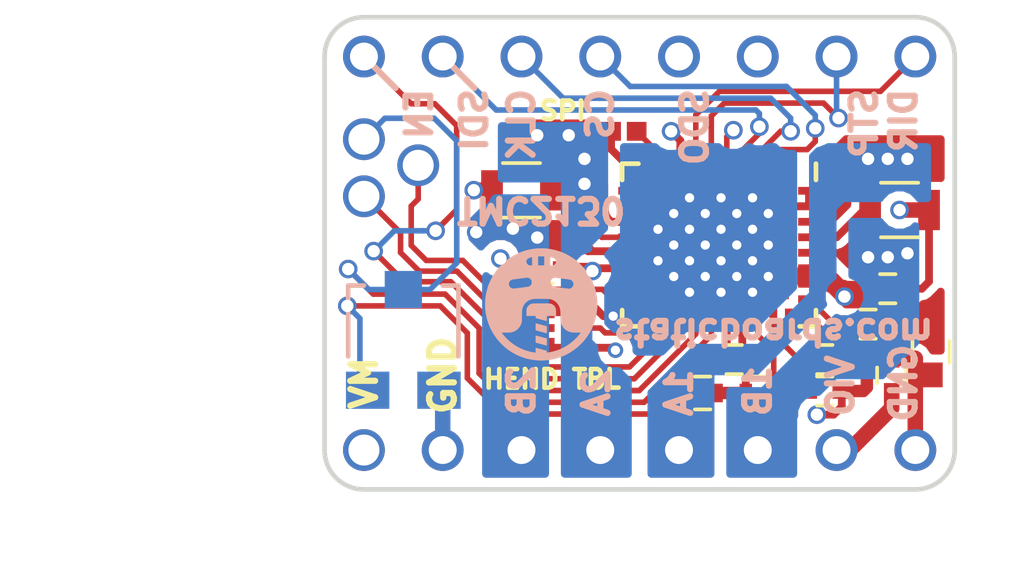
<source format=kicad_pcb>
(kicad_pcb (version 4) (host pcbnew 4.0.6)

  (general
    (links 86)
    (no_connects 0)
    (area 116.014287 107.269 148.083143 129.600001)
    (thickness 2)
    (drawings 29)
    (tracks 431)
    (zones 0)
    (modules 23)
    (nets 32)
  )

  (page A4)
  (layers
    (0 F.Cu signal)
    (1 Ground.Cu power)
    (2 Power.Cu power)
    (31 B.Cu signal)
    (32 B.Adhes user)
    (33 F.Adhes user)
    (34 B.Paste user)
    (35 F.Paste user)
    (36 B.SilkS user)
    (37 F.SilkS user)
    (38 B.Mask user)
    (39 F.Mask user)
    (40 Dwgs.User user)
    (41 Cmts.User user)
    (42 Eco1.User user)
    (43 Eco2.User user)
    (44 Edge.Cuts user)
    (45 Margin user)
    (46 B.CrtYd user)
    (47 F.CrtYd user)
    (48 B.Fab user hide)
    (49 F.Fab user)
  )

  (setup
    (last_trace_width 0.25)
    (user_trace_width 0.18)
    (user_trace_width 0.2)
    (user_trace_width 0.25)
    (user_trace_width 0.4)
    (user_trace_width 0.5)
    (user_trace_width 0.75)
    (user_trace_width 1)
    (trace_clearance 0.16)
    (zone_clearance 0.25)
    (zone_45_only no)
    (trace_min 0.16)
    (segment_width 0.2)
    (edge_width 0.15)
    (via_size 0.6)
    (via_drill 0.4)
    (via_min_size 0.4)
    (via_min_drill 0.3)
    (uvia_size 0.3)
    (uvia_drill 0.1)
    (uvias_allowed no)
    (uvia_min_size 0.2)
    (uvia_min_drill 0.1)
    (pcb_text_width 0.3)
    (pcb_text_size 1.5 1.5)
    (mod_edge_width 0.15)
    (mod_text_size 1 1)
    (mod_text_width 0.15)
    (pad_size 1.35 1.35)
    (pad_drill 1)
    (pad_to_mask_clearance 0.2)
    (aux_axis_origin 125.73 124.46)
    (visible_elements 7FFFFF7F)
    (pcbplotparams
      (layerselection 0x010fc_80000007)
      (usegerberextensions true)
      (excludeedgelayer true)
      (linewidth 0.100000)
      (plotframeref false)
      (viasonmask false)
      (mode 1)
      (useauxorigin false)
      (hpglpennumber 1)
      (hpglpenspeed 20)
      (hpglpendiameter 15)
      (hpglpenoverlay 2)
      (psnegative false)
      (psa4output false)
      (plotreference true)
      (plotvalue true)
      (plotinvisibletext false)
      (padsonsilk false)
      (subtractmaskfromsilk true)
      (outputformat 1)
      (mirror false)
      (drillshape 0)
      (scaleselection 1)
      (outputdirectory gerber/))
  )

  (net 0 "")
  (net 1 GND)
  (net 2 VIO)
  (net 3 "Net-(C2-Pad1)")
  (net 4 +5V)
  (net 5 VMOT)
  (net 6 "Net-(C5-Pad2)")
  (net 7 "Net-(C6-Pad2)")
  (net 8 "Net-(C6-Pad1)")
  (net 9 DIR)
  (net 10 STEP)
  (net 11 "Net-(J4-Pad3)")
  (net 12 CFG0)
  (net 13 CFG3)
  (net 14 CFG2)
  (net 15 CFG1)
  (net 16 B2)
  (net 17 B1)
  (net 18 A1)
  (net 19 A2)
  (net 20 "Net-(R2-Pad2)")
  (net 21 "Net-(R3-Pad2)")
  (net 22 "Net-(R4-Pad2)")
  (net 23 IREF)
  (net 24 "Net-(U1-Pad9)")
  (net 25 "Net-(J3-Pad2)")
  (net 26 "Net-(U1-Pad17)")
  (net 27 CFG4)
  (net 28 CFG5)
  (net 29 DIAG0)
  (net 30 DIAG1)
  (net 31 CFG6)

  (net_class Default "This is the default net class."
    (clearance 0.16)
    (trace_width 0.25)
    (via_dia 0.6)
    (via_drill 0.4)
    (uvia_dia 0.3)
    (uvia_drill 0.1)
    (add_net +5V)
    (add_net A1)
    (add_net A2)
    (add_net B1)
    (add_net B2)
    (add_net CFG0)
    (add_net CFG1)
    (add_net CFG2)
    (add_net CFG3)
    (add_net CFG4)
    (add_net CFG5)
    (add_net CFG6)
    (add_net DIAG0)
    (add_net DIAG1)
    (add_net DIR)
    (add_net GND)
    (add_net IREF)
    (add_net "Net-(C2-Pad1)")
    (add_net "Net-(C5-Pad2)")
    (add_net "Net-(C6-Pad1)")
    (add_net "Net-(C6-Pad2)")
    (add_net "Net-(J3-Pad2)")
    (add_net "Net-(J4-Pad3)")
    (add_net "Net-(R2-Pad2)")
    (add_net "Net-(R3-Pad2)")
    (add_net "Net-(R4-Pad2)")
    (add_net "Net-(U1-Pad17)")
    (add_net "Net-(U1-Pad9)")
    (add_net STEP)
    (add_net VIO)
    (add_net VMOT)
  )

  (module footprints:TRIMMER-3MM-SMD (layer B.Cu) (tedit 5A71DD54) (tstamp 59FB1BF9)
    (at 128.27 119.634 180)
    (descr http://www.comkey.in/sites/default/files/attachments/EVM3ESX50B15.pdf)
    (tags "trimmer smd")
    (path /59F8AF67)
    (attr smd)
    (fp_text reference RV1 (at 0 -0.127 180) (layer B.Fab)
      (effects (font (size 1 1) (thickness 0.15)) (justify mirror))
    )
    (fp_text value 20K (at 0 3.785 180) (layer B.Fab)
      (effects (font (size 1 1) (thickness 0.15)) (justify mirror))
    )
    (fp_line (start 1.778 1.753) (end 1.778 -0.533) (layer B.SilkS) (width 0.15))
    (fp_line (start 1.27 1.753) (end 1.778 1.753) (layer B.SilkS) (width 0.15))
    (fp_line (start -1.778 1.753) (end -1.27 1.753) (layer B.SilkS) (width 0.15))
    (fp_line (start -1.778 -0.533) (end -1.778 1.753) (layer B.SilkS) (width 0.15))
    (fp_line (start 2.2 -2.45) (end -2.2 -2.45) (layer B.CrtYd) (width 0.05))
    (fp_line (start 2.2 2.6) (end 2.2 -2.45) (layer B.CrtYd) (width 0.05))
    (fp_line (start -2.2 2.6) (end 2.2 2.6) (layer B.CrtYd) (width 0.05))
    (fp_line (start -2.2 -2.45) (end -2.2 2.6) (layer B.CrtYd) (width 0.05))
    (fp_line (start 0.9 -1.375) (end 0.9 -1.725) (layer B.Fab) (width 0.05))
    (fp_line (start 1.55 -1.375) (end 0.9 -1.375) (layer B.Fab) (width 0.05))
    (fp_line (start -0.9 -1.325) (end -0.9 -1.725) (layer B.Fab) (width 0.05))
    (fp_line (start -1.55 -1.325) (end -0.9 -1.325) (layer B.Fab) (width 0.05))
    (fp_line (start -0.25 0.225) (end -0.25 0.975) (layer B.Fab) (width 0.05))
    (fp_line (start -1 0.225) (end -0.25 0.225) (layer B.Fab) (width 0.05))
    (fp_line (start -1 -0.275) (end -1 0.225) (layer B.Fab) (width 0.05))
    (fp_line (start -0.25 -0.275) (end -1 -0.275) (layer B.Fab) (width 0.05))
    (fp_line (start -0.25 -1.025) (end -0.25 -0.275) (layer B.Fab) (width 0.05))
    (fp_line (start 0.25 -1.025) (end -0.25 -1.025) (layer B.Fab) (width 0.05))
    (fp_line (start 0.25 -0.275) (end 0.25 -1.025) (layer B.Fab) (width 0.05))
    (fp_line (start 1 -0.275) (end 0.25 -0.275) (layer B.Fab) (width 0.05))
    (fp_line (start 1 0.225) (end 1 -0.275) (layer B.Fab) (width 0.05))
    (fp_line (start 0.25 0.225) (end 1 0.225) (layer B.Fab) (width 0.05))
    (fp_line (start 0.25 0.975) (end 0.25 0.225) (layer B.Fab) (width 0.05))
    (fp_line (start -0.25 0.975) (end 0.25 0.975) (layer B.Fab) (width 0.05))
    (fp_line (start -1.55 -1.725) (end -1.55 1.525) (layer B.Fab) (width 0.05))
    (fp_line (start 1.55 -1.725) (end -1.55 -1.725) (layer B.Fab) (width 0.05))
    (fp_line (start 1.55 1.525) (end 1.55 -1.725) (layer B.Fab) (width 0.05))
    (fp_line (start -1.55 1.525) (end 1.55 1.525) (layer B.Fab) (width 0.05))
    (fp_circle (center 0 -0.025) (end 0 0.225) (layer B.Fab) (width 0.05))
    (fp_circle (center 0 -0.025) (end 0 1.175) (layer B.Fab) (width 0.05))
    (fp_circle (center 0 -0.025) (end 0 1.525) (layer B.Fab) (width 0.05))
    (pad 1 smd rect (at -1.15 -1.625 180) (size 1.4 1.2) (layers B.Cu B.Paste B.Mask)
      (net 1 GND))
    (pad 3 smd rect (at 1.15 -1.625 180) (size 1.4 1.2) (layers B.Cu B.Paste B.Mask)
      (net 22 "Net-(R4-Pad2)"))
    (pad 2 smd rect (at 0 1.625 180) (size 1.2 1.2) (layers B.Cu B.Paste B.Mask)
      (net 23 IREF))
    (model Z:/staticboards/altium/3d/button-potentiometer/3313j.wrl
      (at (xyz -0.065 -0.065 0))
      (scale (xyz 10 10 10))
      (rotate (xyz 0 0 0))
    )
  )

  (module QFN-36-1EP_5x6mm_Pitch0.5mm-TERMALPADS (layer F.Cu) (tedit 5A396238) (tstamp 59FB097F)
    (at 138.451 116.573 270)
    (descr "UHE Package; 36-Lead Plastic QFN (5mm x 6mm); (see Linear Technology (UHE36) QFN 05-08-1876 Rev Ø.pdf)")
    (tags "QFN 0.5")
    (path /59F8A7E2)
    (attr smd)
    (fp_text reference U1 (at 0.14 0.021 360) (layer F.Fab)
      (effects (font (size 1 1) (thickness 0.15)))
    )
    (fp_text value TMC2130-LA (at 1.283 0.275 360) (layer F.Fab)
      (effects (font (size 0.4 0.4) (thickness 0.1)))
    )
    (fp_line (start -1.5 -3) (end 2.5 -3) (layer F.Fab) (width 0.15))
    (fp_line (start 2.5 -3) (end 2.5 3) (layer F.Fab) (width 0.15))
    (fp_line (start 2.5 3) (end -2.5 3) (layer F.Fab) (width 0.15))
    (fp_line (start -2.5 3) (end -2.5 -2) (layer F.Fab) (width 0.15))
    (fp_line (start -2.5 -2) (end -1.5 -3) (layer F.Fab) (width 0.15))
    (fp_line (start -3 -3.5) (end -3 3.5) (layer F.CrtYd) (width 0.05))
    (fp_line (start 3 -3.5) (end 3 3.5) (layer F.CrtYd) (width 0.05))
    (fp_line (start -3 -3.5) (end 3 -3.5) (layer F.CrtYd) (width 0.05))
    (fp_line (start -3 3.5) (end 3 3.5) (layer F.CrtYd) (width 0.05))
    (fp_line (start 2.625 -3.125) (end 2.625 -2.6) (layer F.SilkS) (width 0.15))
    (fp_line (start -2.625 3.125) (end -2.625 2.6) (layer F.SilkS) (width 0.15))
    (fp_line (start 2.625 3.125) (end 2.625 2.6) (layer F.SilkS) (width 0.15))
    (fp_line (start -2.625 -3.125) (end -2.1 -3.125) (layer F.SilkS) (width 0.15))
    (fp_line (start -2.625 3.125) (end -2.1 3.125) (layer F.SilkS) (width 0.15))
    (fp_line (start 2.625 3.125) (end 2.1 3.125) (layer F.SilkS) (width 0.15))
    (fp_line (start 2.625 -3.125) (end 2.1 -3.125) (layer F.SilkS) (width 0.15))
    (pad 1 smd rect (at -2.4 -2.25 270) (size 0.7 0.25) (layers F.Cu F.Paste F.Mask)
      (net 1 GND))
    (pad 2 smd rect (at -2.4 -1.75 270) (size 0.7 0.25) (layers F.Cu F.Paste F.Mask)
      (net 13 CFG3))
    (pad 3 smd rect (at -2.4 -1.25 270) (size 0.7 0.25) (layers F.Cu F.Paste F.Mask)
      (net 14 CFG2))
    (pad 4 smd rect (at -2.4 -0.75 270) (size 0.7 0.25) (layers F.Cu F.Paste F.Mask)
      (net 15 CFG1))
    (pad 5 smd rect (at -2.4 -0.25 270) (size 0.7 0.25) (layers F.Cu F.Paste F.Mask)
      (net 12 CFG0))
    (pad 6 smd rect (at -2.4 0.25 270) (size 0.7 0.25) (layers F.Cu F.Paste F.Mask)
      (net 10 STEP))
    (pad 7 smd rect (at -2.4 0.75 270) (size 0.7 0.25) (layers F.Cu F.Paste F.Mask)
      (net 9 DIR))
    (pad 8 smd rect (at -2.4 1.25 270) (size 0.7 0.25) (layers F.Cu F.Paste F.Mask)
      (net 2 VIO))
    (pad 9 smd rect (at -2.4 1.75 270) (size 0.7 0.25) (layers F.Cu F.Paste F.Mask)
      (net 24 "Net-(U1-Pad9)"))
    (pad 10 smd rect (at -2.4 2.25 270) (size 0.7 0.25) (layers F.Cu F.Paste F.Mask)
      (net 25 "Net-(J3-Pad2)"))
    (pad 11 smd rect (at -1.75 2.9) (size 0.7 0.25) (layers F.Cu F.Paste F.Mask)
      (net 1 GND))
    (pad 12 smd rect (at -1.25 2.9) (size 0.7 0.25) (layers F.Cu F.Paste F.Mask)
      (net 1 GND))
    (pad 13 smd rect (at -0.75 2.9) (size 0.7 0.25) (layers F.Cu F.Paste F.Mask)
      (net 17 B1))
    (pad 14 smd rect (at -0.25 2.9) (size 0.7 0.25) (layers F.Cu F.Paste F.Mask)
      (net 21 "Net-(R3-Pad2)"))
    (pad 15 smd rect (at 0.25 2.9) (size 0.7 0.25) (layers F.Cu F.Paste F.Mask)
      (net 16 B2))
    (pad 16 smd rect (at 0.75 2.9) (size 0.7 0.25) (layers F.Cu F.Paste F.Mask)
      (net 5 VMOT))
    (pad 17 smd rect (at 1.25 2.9) (size 0.7 0.25) (layers F.Cu F.Paste F.Mask)
      (net 26 "Net-(U1-Pad17)"))
    (pad 18 smd rect (at 1.75 2.9) (size 0.7 0.25) (layers F.Cu F.Paste F.Mask)
      (net 27 CFG4))
    (pad 19 smd rect (at 2.4 2.25 270) (size 0.7 0.25) (layers F.Cu F.Paste F.Mask)
      (net 28 CFG5))
    (pad 20 smd rect (at 2.4 1.75 270) (size 0.7 0.25) (layers F.Cu F.Paste F.Mask)
      (net 29 DIAG0))
    (pad 21 smd rect (at 2.4 1.25 270) (size 0.7 0.25) (layers F.Cu F.Paste F.Mask)
      (net 30 DIAG1))
    (pad 22 smd rect (at 2.4 0.75 270) (size 0.7 0.25) (layers F.Cu F.Paste F.Mask)
      (net 31 CFG6))
    (pad 23 smd rect (at 2.4 0.25 270) (size 0.7 0.25) (layers F.Cu F.Paste F.Mask)
      (net 23 IREF))
    (pad 24 smd rect (at 2.4 -0.25 270) (size 0.7 0.25) (layers F.Cu F.Paste F.Mask)
      (net 1 GND))
    (pad 25 smd rect (at 2.4 -0.75 270) (size 0.7 0.25) (layers F.Cu F.Paste F.Mask)
      (net 4 +5V))
    (pad 26 smd rect (at 2.4 -1.25 270) (size 0.7 0.25) (layers F.Cu F.Paste F.Mask)
      (net 3 "Net-(C2-Pad1)"))
    (pad 27 smd rect (at 2.4 -1.75 270) (size 0.7 0.25) (layers F.Cu F.Paste F.Mask)
      (net 7 "Net-(C6-Pad2)"))
    (pad 28 smd rect (at 2.4 -2.25 270) (size 0.7 0.25) (layers F.Cu F.Paste F.Mask)
      (net 8 "Net-(C6-Pad1)"))
    (pad 29 smd rect (at 1.75 -2.9) (size 0.7 0.25) (layers F.Cu F.Paste F.Mask)
      (net 6 "Net-(C5-Pad2)"))
    (pad 30 smd rect (at 1.25 -2.9) (size 0.7 0.25) (layers F.Cu F.Paste F.Mask)
      (net 5 VMOT))
    (pad 31 smd rect (at 0.75 -2.9) (size 0.7 0.25) (layers F.Cu F.Paste F.Mask)
      (net 5 VMOT))
    (pad 32 smd rect (at 0.25 -2.9) (size 0.7 0.25) (layers F.Cu F.Paste F.Mask)
      (net 19 A2))
    (pad 33 smd rect (at -0.25 -2.9) (size 0.7 0.25) (layers F.Cu F.Paste F.Mask)
      (net 20 "Net-(R2-Pad2)"))
    (pad 34 smd rect (at -0.75 -2.9) (size 0.7 0.25) (layers F.Cu F.Paste F.Mask)
      (net 18 A1))
    (pad 35 smd rect (at -1.25 -2.9) (size 0.7 0.25) (layers F.Cu F.Paste F.Mask)
      (net 1 GND))
    (pad 36 smd rect (at -1.75 -2.9) (size 0.7 0.25) (layers F.Cu F.Paste F.Mask)
      (net 1 GND))
    (pad 37 smd rect (at 0 0 270) (size 3.5 4.5) (layers F.Cu F.Paste F.Mask)
      (net 1 GND) (solder_paste_margin_ratio -0.2))
    (pad 37 thru_hole circle (at -1.016 -1.5875 270) (size 0.6 0.6) (drill 0.3) (layers *.Cu *.Mask)
      (net 1 GND))
    (pad 37 thru_hole circle (at 0 -1.5875 270) (size 0.6 0.6) (drill 0.3) (layers *.Cu *.Mask)
      (net 1 GND))
    (pad 37 thru_hole circle (at 1.016 -1.5875 270) (size 0.6 0.6) (drill 0.3) (layers *.Cu *.Mask)
      (net 1 GND))
    (pad 37 thru_hole circle (at -1.524 -1.0795 270) (size 0.6 0.6) (drill 0.3) (layers *.Cu *.Mask)
      (net 1 GND))
    (pad 37 thru_hole circle (at -0.508 -1.0795 270) (size 0.6 0.6) (drill 0.3) (layers *.Cu *.Mask)
      (net 1 GND))
    (pad 37 thru_hole circle (at 0.508 -1.0795 270) (size 0.6 0.6) (drill 0.3) (layers *.Cu *.Mask)
      (net 1 GND))
    (pad 37 thru_hole circle (at 1.524 -1.0795 270) (size 0.6 0.6) (drill 0.3) (layers *.Cu *.Mask)
      (net 1 GND))
    (pad 37 thru_hole circle (at -1.524 -0.0635 270) (size 0.6 0.6) (drill 0.3) (layers *.Cu *.Mask)
      (net 1 GND))
    (pad 37 thru_hole circle (at -1.524 0.9525 270) (size 0.6 0.6) (drill 0.3) (layers *.Cu *.Mask)
      (net 1 GND))
    (pad 37 thru_hole circle (at -1.016 -0.5715 270) (size 0.6 0.6) (drill 0.3) (layers *.Cu *.Mask)
      (net 1 GND))
    (pad 37 thru_hole circle (at -1.016 0.4445 270) (size 0.6 0.6) (drill 0.3) (layers *.Cu *.Mask)
      (net 1 GND))
    (pad 37 thru_hole circle (at -1.016 1.4605 270) (size 0.6 0.6) (drill 0.3) (layers *.Cu *.Mask)
      (net 1 GND))
    (pad 37 thru_hole circle (at -0.508 -0.0635 270) (size 0.6 0.6) (drill 0.3) (layers *.Cu *.Mask)
      (net 1 GND))
    (pad 37 thru_hole circle (at -0.508 0.9525 270) (size 0.6 0.6) (drill 0.3) (layers *.Cu *.Mask)
      (net 1 GND))
    (pad 37 thru_hole circle (at -0.508 1.9685 270) (size 0.6 0.6) (drill 0.3) (layers *.Cu *.Mask)
      (net 1 GND))
    (pad 37 thru_hole circle (at 0 -0.5715 270) (size 0.6 0.6) (drill 0.3) (layers *.Cu *.Mask)
      (net 1 GND))
    (pad 37 thru_hole circle (at 0 0.4445 270) (size 0.6 0.6) (drill 0.3) (layers *.Cu *.Mask)
      (net 1 GND))
    (pad 37 thru_hole circle (at 0 1.4605 270) (size 0.6 0.6) (drill 0.3) (layers *.Cu *.Mask)
      (net 1 GND))
    (pad 37 thru_hole circle (at 0.508 -0.0635 270) (size 0.6 0.6) (drill 0.3) (layers *.Cu *.Mask)
      (net 1 GND))
    (pad 37 thru_hole circle (at 0.508 0.9525 270) (size 0.6 0.6) (drill 0.3) (layers *.Cu *.Mask)
      (net 1 GND))
    (pad 37 thru_hole circle (at 0.508 1.9685 270) (size 0.6 0.6) (drill 0.3) (layers *.Cu *.Mask)
      (net 1 GND))
    (pad 37 thru_hole circle (at 1.016 -0.5715 270) (size 0.6 0.6) (drill 0.3) (layers *.Cu *.Mask)
      (net 1 GND))
    (pad 37 thru_hole circle (at 1.016 0.4445 270) (size 0.6 0.6) (drill 0.3) (layers *.Cu *.Mask)
      (net 1 GND))
    (pad 37 thru_hole circle (at 1.016 1.4605 270) (size 0.6 0.6) (drill 0.3) (layers *.Cu *.Mask)
      (net 1 GND))
    (pad 37 thru_hole circle (at 1.524 -0.0635 270) (size 0.6 0.6) (drill 0.3) (layers *.Cu *.Mask)
      (net 1 GND))
    (pad 37 thru_hole circle (at 1.524 0.9525 270) (size 0.6 0.6) (drill 0.3) (layers *.Cu *.Mask)
      (net 1 GND))
    (model ${KISYS3DMOD}/Housings_DFN_QFN.3dshapes/QFN-36-1EP_5x6mm_Pitch0.5mm.wrl
      (at (xyz 0 0 0))
      (scale (xyz 1 1 1))
      (rotate (xyz 0 0 0))
    )
  )

  (module Pin_Headers:Pin_Header_Straight_1x08_Pitch2.54mm (layer F.Cu) (tedit 5A39637E) (tstamp 59FB091A)
    (at 127 123.19 90)
    (descr "Through hole straight pin header, 1x08, 2.54mm pitch, single row")
    (tags "Through hole pin header THT 1x08 2.54mm single row")
    (path /59F9806F)
    (fp_text reference J5 (at 0 -2.33 90) (layer F.Fab)
      (effects (font (size 1 1) (thickness 0.15)))
    )
    (fp_text value CONN_01X08 (at -2.286 4.826 180) (layer F.Fab) hide
      (effects (font (size 1 1) (thickness 0.15)))
    )
    (fp_line (start -1.8 -1.8) (end -1.8 19.55) (layer F.CrtYd) (width 0.05))
    (fp_line (start -1.8 19.55) (end 1.8 19.55) (layer F.CrtYd) (width 0.05))
    (fp_line (start 1.8 19.55) (end 1.8 -1.8) (layer F.CrtYd) (width 0.05))
    (fp_line (start 1.8 -1.8) (end -1.8 -1.8) (layer F.CrtYd) (width 0.05))
    (fp_text user %R (at -0.762 20.32 180) (layer F.Fab)
      (effects (font (size 1 1) (thickness 0.15)))
    )
    (pad 1 thru_hole circle (at 0 0 90) (size 1.35 1.35) (drill 1) (layers *.Cu *.Mask)
      (net 5 VMOT))
    (pad 2 thru_hole circle (at 0 2.54 90) (size 1.35 1.35) (drill 0.9) (layers *.Cu *.Mask)
      (net 1 GND))
    (pad 3 thru_hole circle (at 0 5.08 90) (size 1.35 1.35) (drill 0.9) (layers *.Cu *.Mask)
      (net 16 B2))
    (pad 4 thru_hole circle (at 0 7.62 90) (size 1.35 1.35) (drill 0.9) (layers *.Cu *.Mask)
      (net 17 B1))
    (pad 5 thru_hole circle (at 0 10.16 90) (size 1.35 1.35) (drill 0.9) (layers *.Cu *.Mask)
      (net 18 A1))
    (pad 6 thru_hole circle (at 0 12.7 90) (size 1.35 1.35) (drill 0.9) (layers *.Cu *.Mask)
      (net 19 A2))
    (pad 7 thru_hole circle (at 0 15.24 90) (size 1.35 1.35) (drill 0.9) (layers *.Cu *.Mask)
      (net 2 VIO))
    (pad 8 thru_hole circle (at 0 17.78 90) (size 1.35 1.35) (drill 0.9) (layers *.Cu *.Mask)
      (net 1 GND))
    (model ${KISYS3DMOD}/Pin_Headers.3dshapes/Pin_Header_Straight_1x08_Pitch2.54mm.wrl
      (at (xyz 0 -0.35 0))
      (scale (xyz 1 1 1))
      (rotate (xyz 0 0 90))
    )
  )

  (module Pin_Headers:Pin_Header_Straight_1x08_Pitch2.54mm locked (layer F.Cu) (tedit 5A39637B) (tstamp 59FB090E)
    (at 144.78 110.49 270)
    (descr "Through hole straight pin header, 1x08, 2.54mm pitch, single row")
    (tags "Through hole pin header THT 1x08 2.54mm single row")
    (path /59F97EF6)
    (fp_text reference J4 (at 0 -2.286 360) (layer F.Fab)
      (effects (font (size 1 1) (thickness 0.15)))
    )
    (fp_text value CONN_01X08 (at -2.286 12.954 360) (layer F.Fab) hide
      (effects (font (size 1 1) (thickness 0.15)))
    )
    (fp_line (start -1.8 -1.8) (end -1.8 19.55) (layer F.CrtYd) (width 0.05))
    (fp_line (start -1.8 19.55) (end 1.8 19.55) (layer F.CrtYd) (width 0.05))
    (fp_line (start 1.8 19.55) (end 1.8 -1.8) (layer F.CrtYd) (width 0.05))
    (fp_line (start 1.8 -1.8) (end -1.8 -1.8) (layer F.CrtYd) (width 0.05))
    (fp_text user %R (at 0 20.066 360) (layer F.Fab)
      (effects (font (size 1 1) (thickness 0.15)))
    )
    (pad 1 thru_hole circle (at 0 0 270) (size 1.35 1.35) (drill 0.9) (layers *.Cu *.Mask)
      (net 9 DIR))
    (pad 2 thru_hole circle (at 0 2.54 270) (size 1.35 1.35) (drill 0.9) (layers *.Cu *.Mask)
      (net 10 STEP))
    (pad 3 thru_hole circle (at 0 5.08 270) (size 1.35 1.35) (drill 0.9) (layers *.Cu *.Mask)
      (net 11 "Net-(J4-Pad3)"))
    (pad 4 thru_hole circle (at 0 7.62 270) (size 1.35 1.35) (drill 0.9) (layers *.Cu *.Mask)
      (net 12 CFG0))
    (pad 5 thru_hole circle (at 0 10.16 270) (size 1.35 1.35) (drill 0.9) (layers *.Cu *.Mask)
      (net 13 CFG3))
    (pad 6 thru_hole circle (at 0 12.7 270) (size 1.35 1.35) (drill 0.9) (layers *.Cu *.Mask)
      (net 14 CFG2))
    (pad 7 thru_hole circle (at 0 15.24 270) (size 1.35 1.35) (drill 0.9) (layers *.Cu *.Mask)
      (net 15 CFG1))
    (pad 8 thru_hole circle (at 0 17.78 270) (size 1.35 1.35) (drill 0.9) (layers *.Cu *.Mask)
      (net 31 CFG6))
    (model ${KISYS3DMOD}/Pin_Headers.3dshapes/Pin_Header_Straight_1x08_Pitch2.54mm.wrl
      (at (xyz 0 -0.35 0))
      (scale (xyz 1 1 1))
      (rotate (xyz 0 0 90))
    )
  )

  (module footprints:JUMPER3-SMD (layer F.Cu) (tedit 5A042C5B) (tstamp 59FB194A)
    (at 133.985 119.253 90)
    (path /59F94C95)
    (attr smd)
    (fp_text reference J2 (at -2.413 0.127 90) (layer F.Fab)
      (effects (font (size 0.4064 0.4064) (thickness 0.0254)))
    )
    (fp_text value TBL (at -1.651 0.508 360) (layer F.SilkS)
      (effects (font (size 0.6 0.6) (thickness 0.15)))
    )
    (pad 1 smd rect (at -0.635 0 90) (size 0.635 0.6096) (layers F.Cu F.Paste F.Mask)
      (net 2 VIO))
    (pad 3 smd rect (at 0 0 90) (size 0.254 0.6096) (layers F.Cu F.Paste F.Mask)
      (net 28 CFG5))
    (pad 2 smd rect (at 0.635 0 90) (size 0.635 0.6096) (layers F.Cu F.Paste F.Mask)
      (net 1 GND))
  )

  (module footprints:JUMPER3-SMD (layer F.Cu) (tedit 5A042C6B) (tstamp 59FB1933)
    (at 132.842 119.253 270)
    (path /59F94CF8)
    (attr smd)
    (fp_text reference J1 (at 2.413 0 270) (layer F.Fab)
      (effects (font (size 0.4064 0.4064) (thickness 0.0254)))
    )
    (fp_text value HEND (at 1.651 0.762 360) (layer F.SilkS)
      (effects (font (size 0.6 0.6) (thickness 0.15)))
    )
    (pad 1 smd rect (at -0.635 0 270) (size 0.635 0.6096) (layers F.Cu F.Paste F.Mask)
      (net 1 GND))
    (pad 3 smd rect (at 0 0 270) (size 0.254 0.6096) (layers F.Cu F.Paste F.Mask)
      (net 27 CFG4))
    (pad 2 smd rect (at 0.635 0 270) (size 0.635 0.6096) (layers F.Cu F.Paste F.Mask)
      (net 2 VIO))
  )

  (module footprints:JUMPER_SMD (layer F.Cu) (tedit 5A042BD4) (tstamp 59FB1958)
    (at 135.382 112.903)
    (descr "Small solder jumper with big paste layer so it will short during reflow.")
    (path /59F8D408)
    (fp_text reference J3 (at 0.127 -0.127) (layer F.Fab)
      (effects (font (size 0.38608 0.38608) (thickness 0.032512)) (justify right top))
    )
    (fp_text value SPI (at -1.143 -1.016) (layer F.SilkS)
      (effects (font (size 0.6 0.6) (thickness 0.15)) (justify right top))
    )
    (pad 1 smd rect (at -0.4119 0) (size 0.635 0.6096) (layers F.Cu F.Mask)
      (net 1 GND))
    (pad 2 smd rect (at 0.4119 0) (size 0.635 0.6096) (layers F.Cu F.Mask)
      (net 25 "Net-(J3-Pad2)"))
  )

  (module Pin_Headers:Pin_Header_Straight_1x01_Pitch1.00mm (layer F.Cu) (tedit 5A951F6B) (tstamp 59FB1A23)
    (at 127 115)
    (descr "Through hole straight pin header, 1x01, 1.00mm pitch, single row")
    (tags "Through hole pin header THT 1x01 1.00mm single row")
    (path /59F99805)
    (fp_text reference J7 (at 0 1.143) (layer F.Fab)
      (effects (font (size 0.6 0.6) (thickness 0.15)))
    )
    (fp_text value CONN_01X01 (at 0 1.56) (layer F.Fab) hide
      (effects (font (size 1 1) (thickness 0.15)))
    )
    (fp_line (start -1.15 -1) (end -1.15 1) (layer F.CrtYd) (width 0.05))
    (fp_line (start -1.15 1) (end 1.15 1) (layer F.CrtYd) (width 0.05))
    (fp_line (start 1.15 1) (end 1.15 -1) (layer F.CrtYd) (width 0.05))
    (fp_line (start 1.15 -1) (end -1.15 -1) (layer F.CrtYd) (width 0.05))
    (fp_text user %R (at 0 1.397) (layer F.Fab) hide
      (effects (font (size 0.76 0.76) (thickness 0.114)))
    )
    (pad 1 thru_hole circle (at 0 0) (size 1.35 1.35) (drill 1) (layers *.Cu *.Mask)
      (net 30 DIAG1))
    (model ${KISYS3DMOD}/Pin_Headers.3dshapes/Pin_Header_Straight_1x01_Pitch1.00mm.wrl
      (at (xyz 0 0 0))
      (scale (xyz 1 1 1))
      (rotate (xyz 0 0 0))
    )
  )

  (module Pin_Headers:Pin_Header_Straight_1x01_Pitch1.00mm (layer F.Cu) (tedit 5A951F75) (tstamp 59FB1A1E)
    (at 128.75 114)
    (descr "Through hole straight pin header, 1x01, 1.00mm pitch, single row")
    (tags "Through hole pin header THT 1x01 1.00mm single row")
    (path /59F997AC)
    (fp_text reference J6 (at 1.27 -0.127) (layer F.Fab)
      (effects (font (size 0.6 0.6) (thickness 0.15)))
    )
    (fp_text value CONN_01X01 (at 0 1.56) (layer F.Fab) hide
      (effects (font (size 1 1) (thickness 0.15)))
    )
    (fp_line (start -1.15 -1) (end -1.15 1) (layer F.CrtYd) (width 0.05))
    (fp_line (start -1.15 1) (end 1.15 1) (layer F.CrtYd) (width 0.05))
    (fp_line (start 1.15 1) (end 1.15 -1) (layer F.CrtYd) (width 0.05))
    (fp_line (start 1.15 -1) (end -1.15 -1) (layer F.CrtYd) (width 0.05))
    (fp_text user %R (at 1.27 0) (layer F.Fab) hide
      (effects (font (size 0.76 0.76) (thickness 0.114)))
    )
    (pad 1 thru_hole circle (at 0 0) (size 1.35 1.35) (drill 1) (layers *.Cu *.Mask)
      (net 29 DIAG0))
    (model ${KISYS3DMOD}/Pin_Headers.3dshapes/Pin_Header_Straight_1x01_Pitch1.00mm.wrl
      (at (xyz 0 0 0))
      (scale (xyz 1 1 1))
      (rotate (xyz 0 0 0))
    )
  )

  (module Pin_Headers:Pin_Header_Straight_1x01_Pitch1.00mm (layer F.Cu) (tedit 5A951F5A) (tstamp 59FB1A28)
    (at 127 113.157)
    (descr "Through hole straight pin header, 1x01, 1.00mm pitch, single row")
    (tags "Through hole pin header THT 1x01 1.00mm single row")
    (path /59F998B3)
    (fp_text reference J8 (at 0 -1.143) (layer F.Fab)
      (effects (font (size 0.6 0.6) (thickness 0.15)))
    )
    (fp_text value CONN_01X01 (at 0 1.56) (layer F.Fab) hide
      (effects (font (size 1 1) (thickness 0.15)))
    )
    (fp_line (start -1.15 -1) (end -1.15 1) (layer F.CrtYd) (width 0.05))
    (fp_line (start -1.15 1) (end 1.15 1) (layer F.CrtYd) (width 0.05))
    (fp_line (start 1.15 1) (end 1.15 -1) (layer F.CrtYd) (width 0.05))
    (fp_line (start 1.15 -1) (end -1.15 -1) (layer F.CrtYd) (width 0.05))
    (fp_text user %R (at 0 -1.143) (layer F.Fab) hide
      (effects (font (size 0.76 0.76) (thickness 0.114)))
    )
    (pad 1 thru_hole circle (at 0 0) (size 1.35 1.35) (drill 1) (layers *.Cu *.Mask)
      (net 23 IREF))
    (model ${KISYS3DMOD}/Pin_Headers.3dshapes/Pin_Header_Straight_1x01_Pitch1.00mm.wrl
      (at (xyz 0 0 0))
      (scale (xyz 1 1 1))
      (rotate (xyz 0 0 0))
    )
  )

  (module Resistors_SMD:R_0805 (layer F.Cu) (tedit 5A3962D4) (tstamp 59FB1C78)
    (at 144.272 115.443 180)
    (descr "Resistor SMD 0805, reflow soldering, Vishay (see dcrcw.pdf)")
    (tags "resistor 0805")
    (path /59F8AD1B)
    (attr smd)
    (fp_text reference R2 (at 0 0 180) (layer F.Fab)
      (effects (font (size 0.3 0.3) (thickness 0.075)))
    )
    (fp_text value 0R (at 1.524 0 180) (layer F.Fab)
      (effects (font (size 0.3 0.3) (thickness 0.075)))
    )
    (fp_text user %R (at 0 0 180) (layer F.Fab) hide
      (effects (font (size 0.5 0.5) (thickness 0.075)))
    )
    (fp_line (start -1 0.62) (end -1 -0.62) (layer F.Fab) (width 0.1))
    (fp_line (start 1 0.62) (end -1 0.62) (layer F.Fab) (width 0.1))
    (fp_line (start 1 -0.62) (end 1 0.62) (layer F.Fab) (width 0.1))
    (fp_line (start -1 -0.62) (end 1 -0.62) (layer F.Fab) (width 0.1))
    (fp_line (start 0.6 0.88) (end -0.6 0.88) (layer F.SilkS) (width 0.12))
    (fp_line (start -0.6 -0.88) (end 0.6 -0.88) (layer F.SilkS) (width 0.12))
    (fp_line (start -1.55 -0.9) (end 1.55 -0.9) (layer F.CrtYd) (width 0.05))
    (fp_line (start -1.55 -0.9) (end -1.55 0.9) (layer F.CrtYd) (width 0.05))
    (fp_line (start 1.55 0.9) (end 1.55 -0.9) (layer F.CrtYd) (width 0.05))
    (fp_line (start 1.55 0.9) (end -1.55 0.9) (layer F.CrtYd) (width 0.05))
    (pad 1 smd rect (at -0.95 0 180) (size 0.7 1.3) (layers F.Cu F.Paste F.Mask)
      (net 1 GND))
    (pad 2 smd rect (at 0.95 0 180) (size 0.7 1.3) (layers F.Cu F.Paste F.Mask)
      (net 20 "Net-(R2-Pad2)"))
    (model ${KISYS3DMOD}/Resistors_SMD.3dshapes/R_0805.wrl
      (at (xyz 0 0 0))
      (scale (xyz 1 1 1))
      (rotate (xyz 0 0 0))
    )
  )

  (module Resistors_SMD:R_0805 (layer F.Cu) (tedit 5A3962DE) (tstamp 59FB1C7E)
    (at 132.08 114.808)
    (descr "Resistor SMD 0805, reflow soldering, Vishay (see dcrcw.pdf)")
    (tags "resistor 0805")
    (path /59F8AD54)
    (attr smd)
    (fp_text reference R3 (at 0 0) (layer F.Fab)
      (effects (font (size 0.3 0.3) (thickness 0.075)))
    )
    (fp_text value 0R (at -1.524 0) (layer F.Fab)
      (effects (font (size 0.3 0.3) (thickness 0.075)))
    )
    (fp_text user %R (at 0 0) (layer F.Fab) hide
      (effects (font (size 0.5 0.5) (thickness 0.075)))
    )
    (fp_line (start -1 0.62) (end -1 -0.62) (layer F.Fab) (width 0.1))
    (fp_line (start 1 0.62) (end -1 0.62) (layer F.Fab) (width 0.1))
    (fp_line (start 1 -0.62) (end 1 0.62) (layer F.Fab) (width 0.1))
    (fp_line (start -1 -0.62) (end 1 -0.62) (layer F.Fab) (width 0.1))
    (fp_line (start 0.6 0.88) (end -0.6 0.88) (layer F.SilkS) (width 0.12))
    (fp_line (start -0.6 -0.88) (end 0.6 -0.88) (layer F.SilkS) (width 0.12))
    (fp_line (start -1.55 -0.9) (end 1.55 -0.9) (layer F.CrtYd) (width 0.05))
    (fp_line (start -1.55 -0.9) (end -1.55 0.9) (layer F.CrtYd) (width 0.05))
    (fp_line (start 1.55 0.9) (end 1.55 -0.9) (layer F.CrtYd) (width 0.05))
    (fp_line (start 1.55 0.9) (end -1.55 0.9) (layer F.CrtYd) (width 0.05))
    (pad 1 smd rect (at -0.95 0) (size 0.7 1.3) (layers F.Cu F.Paste F.Mask)
      (net 1 GND))
    (pad 2 smd rect (at 0.95 0) (size 0.7 1.3) (layers F.Cu F.Paste F.Mask)
      (net 21 "Net-(R3-Pad2)"))
    (model ${KISYS3DMOD}/Resistors_SMD.3dshapes/R_0805.wrl
      (at (xyz 0 0 0))
      (scale (xyz 1 1 1))
      (rotate (xyz 0 0 0))
    )
  )

  (module Capacitors_SMD:C_0402 (layer F.Cu) (tedit 5A39621E) (tstamp 59FB1F55)
    (at 144.018 120.777 90)
    (descr "Capacitor SMD 0402, reflow soldering, AVX (see smccp.pdf)")
    (tags "capacitor 0402")
    (path /59F92914)
    (attr smd)
    (fp_text reference C1 (at 0 0 90) (layer F.Fab)
      (effects (font (size 0.3 0.3) (thickness 0.075)))
    )
    (fp_text value 100n/50V (at 0 -0.635 90) (layer F.Fab)
      (effects (font (size 0.3 0.3) (thickness 0.075)))
    )
    (fp_text user %R (at -0.635 -1.27 90) (layer F.Fab) hide
      (effects (font (size 1 1) (thickness 0.15)))
    )
    (fp_line (start -0.5 0.25) (end -0.5 -0.25) (layer F.Fab) (width 0.1))
    (fp_line (start 0.5 0.25) (end -0.5 0.25) (layer F.Fab) (width 0.1))
    (fp_line (start 0.5 -0.25) (end 0.5 0.25) (layer F.Fab) (width 0.1))
    (fp_line (start -0.5 -0.25) (end 0.5 -0.25) (layer F.Fab) (width 0.1))
    (fp_line (start 0.25 -0.47) (end -0.25 -0.47) (layer F.SilkS) (width 0.12))
    (fp_line (start -0.25 0.47) (end 0.25 0.47) (layer F.SilkS) (width 0.12))
    (fp_line (start -1 -0.4) (end 1 -0.4) (layer F.CrtYd) (width 0.05))
    (fp_line (start -1 -0.4) (end -1 0.4) (layer F.CrtYd) (width 0.05))
    (fp_line (start 1 0.4) (end 1 -0.4) (layer F.CrtYd) (width 0.05))
    (fp_line (start 1 0.4) (end -1 0.4) (layer F.CrtYd) (width 0.05))
    (pad 1 smd rect (at -0.55 0 90) (size 0.6 0.5) (layers F.Cu F.Paste F.Mask)
      (net 2 VIO))
    (pad 2 smd rect (at 0.55 0 90) (size 0.6 0.5) (layers F.Cu F.Paste F.Mask)
      (net 1 GND))
    (model Capacitors_SMD.3dshapes/C_0402.wrl
      (at (xyz 0 0 0))
      (scale (xyz 1 1 1))
      (rotate (xyz 0 0 0))
    )
  )

  (module Capacitors_SMD:C_0402 (layer F.Cu) (tedit 5A3961FC) (tstamp 59FB1F5B)
    (at 141.859 121.285)
    (descr "Capacitor SMD 0402, reflow soldering, AVX (see smccp.pdf)")
    (tags "capacitor 0402")
    (path /59F928C1)
    (attr smd)
    (fp_text reference C2 (at 0 0) (layer F.Fab)
      (effects (font (size 0.3 0.3) (thickness 0.075)))
    )
    (fp_text value 470n/10V (at -0.127 0.635) (layer F.Fab)
      (effects (font (size 0.3 0.3) (thickness 0.075)))
    )
    (fp_text user %R (at 0 -1.27) (layer F.Fab) hide
      (effects (font (size 1 1) (thickness 0.15)))
    )
    (fp_line (start -0.5 0.25) (end -0.5 -0.25) (layer F.Fab) (width 0.1))
    (fp_line (start 0.5 0.25) (end -0.5 0.25) (layer F.Fab) (width 0.1))
    (fp_line (start 0.5 -0.25) (end 0.5 0.25) (layer F.Fab) (width 0.1))
    (fp_line (start -0.5 -0.25) (end 0.5 -0.25) (layer F.Fab) (width 0.1))
    (fp_line (start 0.25 -0.47) (end -0.25 -0.47) (layer F.SilkS) (width 0.12))
    (fp_line (start -0.25 0.47) (end 0.25 0.47) (layer F.SilkS) (width 0.12))
    (fp_line (start -1 -0.4) (end 1 -0.4) (layer F.CrtYd) (width 0.05))
    (fp_line (start -1 -0.4) (end -1 0.4) (layer F.CrtYd) (width 0.05))
    (fp_line (start 1 0.4) (end 1 -0.4) (layer F.CrtYd) (width 0.05))
    (fp_line (start 1 0.4) (end -1 0.4) (layer F.CrtYd) (width 0.05))
    (pad 1 smd rect (at -0.55 0) (size 0.6 0.5) (layers F.Cu F.Paste F.Mask)
      (net 3 "Net-(C2-Pad1)"))
    (pad 2 smd rect (at 0.55 0) (size 0.6 0.5) (layers F.Cu F.Paste F.Mask)
      (net 1 GND))
    (model Capacitors_SMD.3dshapes/C_0402.wrl
      (at (xyz 0 0 0))
      (scale (xyz 1 1 1))
      (rotate (xyz 0 0 0))
    )
  )

  (module Capacitors_SMD:C_0402 (layer F.Cu) (tedit 5A39619A) (tstamp 59FB1F61)
    (at 138.938 120.269)
    (descr "Capacitor SMD 0402, reflow soldering, AVX (see smccp.pdf)")
    (tags "capacitor 0402")
    (path /59F8CFFA)
    (attr smd)
    (fp_text reference C3 (at 0 0) (layer F.Fab)
      (effects (font (size 0.3 0.3) (thickness 0.075)))
    )
    (fp_text value 4u7/10V (at -0.127 -0.635) (layer F.Fab)
      (effects (font (size 0.3 0.3) (thickness 0.075)))
    )
    (fp_text user %R (at -0.762 -0.127) (layer F.Fab) hide
      (effects (font (size 1 1) (thickness 0.15)))
    )
    (fp_line (start -0.5 0.25) (end -0.5 -0.25) (layer F.Fab) (width 0.1))
    (fp_line (start 0.5 0.25) (end -0.5 0.25) (layer F.Fab) (width 0.1))
    (fp_line (start 0.5 -0.25) (end 0.5 0.25) (layer F.Fab) (width 0.1))
    (fp_line (start -0.5 -0.25) (end 0.5 -0.25) (layer F.Fab) (width 0.1))
    (fp_line (start 0.25 -0.47) (end -0.25 -0.47) (layer F.SilkS) (width 0.12))
    (fp_line (start -0.25 0.47) (end 0.25 0.47) (layer F.SilkS) (width 0.12))
    (fp_line (start -1 -0.4) (end 1 -0.4) (layer F.CrtYd) (width 0.05))
    (fp_line (start -1 -0.4) (end -1 0.4) (layer F.CrtYd) (width 0.05))
    (fp_line (start 1 0.4) (end 1 -0.4) (layer F.CrtYd) (width 0.05))
    (fp_line (start 1 0.4) (end -1 0.4) (layer F.CrtYd) (width 0.05))
    (pad 1 smd rect (at -0.55 0) (size 0.6 0.5) (layers F.Cu F.Paste F.Mask)
      (net 1 GND))
    (pad 2 smd rect (at 0.55 0) (size 0.6 0.5) (layers F.Cu F.Paste F.Mask)
      (net 4 +5V))
    (model Capacitors_SMD.3dshapes/C_0402.wrl
      (at (xyz 0 0 0))
      (scale (xyz 1 1 1))
      (rotate (xyz 0 0 0))
    )
  )

  (module Capacitors_SMD:C_0402 (layer F.Cu) (tedit 5A39622E) (tstamp 59FB1F67)
    (at 143.891 117.983)
    (descr "Capacitor SMD 0402, reflow soldering, AVX (see smccp.pdf)")
    (tags "capacitor 0402")
    (path /59F8BD86)
    (attr smd)
    (fp_text reference C4 (at 0 0) (layer F.Fab)
      (effects (font (size 0.3 0.3) (thickness 0.075)))
    )
    (fp_text value 100n/50V (at 0.127 -0.635 180) (layer F.Fab)
      (effects (font (size 0.3 0.3) (thickness 0.075)))
    )
    (fp_text user %R (at -0.889 -1.397) (layer F.Fab) hide
      (effects (font (size 1 1) (thickness 0.15)))
    )
    (fp_line (start -0.5 0.25) (end -0.5 -0.25) (layer F.Fab) (width 0.1))
    (fp_line (start 0.5 0.25) (end -0.5 0.25) (layer F.Fab) (width 0.1))
    (fp_line (start 0.5 -0.25) (end 0.5 0.25) (layer F.Fab) (width 0.1))
    (fp_line (start -0.5 -0.25) (end 0.5 -0.25) (layer F.Fab) (width 0.1))
    (fp_line (start 0.25 -0.47) (end -0.25 -0.47) (layer F.SilkS) (width 0.12))
    (fp_line (start -0.25 0.47) (end 0.25 0.47) (layer F.SilkS) (width 0.12))
    (fp_line (start -1 -0.4) (end 1 -0.4) (layer F.CrtYd) (width 0.05))
    (fp_line (start -1 -0.4) (end -1 0.4) (layer F.CrtYd) (width 0.05))
    (fp_line (start 1 0.4) (end 1 -0.4) (layer F.CrtYd) (width 0.05))
    (fp_line (start 1 0.4) (end -1 0.4) (layer F.CrtYd) (width 0.05))
    (pad 1 smd rect (at -0.55 0) (size 0.6 0.5) (layers F.Cu F.Paste F.Mask)
      (net 5 VMOT))
    (pad 2 smd rect (at 0.55 0) (size 0.6 0.5) (layers F.Cu F.Paste F.Mask)
      (net 1 GND))
    (model Capacitors_SMD.3dshapes/C_0402.wrl
      (at (xyz 0 0 0))
      (scale (xyz 1 1 1))
      (rotate (xyz 0 0 0))
    )
  )

  (module Capacitors_SMD:C_0402 (layer F.Cu) (tedit 5A396224) (tstamp 59FB1F6D)
    (at 143.256 119.126 180)
    (descr "Capacitor SMD 0402, reflow soldering, AVX (see smccp.pdf)")
    (tags "capacitor 0402")
    (path /59F8AA4A)
    (attr smd)
    (fp_text reference C5 (at 0 0 180) (layer F.Fab)
      (effects (font (size 0.3 0.3) (thickness 0.075)))
    )
    (fp_text value 100n/50V (at 0.254 0.508 360) (layer F.Fab)
      (effects (font (size 0.3 0.3) (thickness 0.075)))
    )
    (fp_text user %R (at 0.254 -1.524 180) (layer F.Fab) hide
      (effects (font (size 1 1) (thickness 0.15)))
    )
    (fp_line (start -0.5 0.25) (end -0.5 -0.25) (layer F.Fab) (width 0.1))
    (fp_line (start 0.5 0.25) (end -0.5 0.25) (layer F.Fab) (width 0.1))
    (fp_line (start 0.5 -0.25) (end 0.5 0.25) (layer F.Fab) (width 0.1))
    (fp_line (start -0.5 -0.25) (end 0.5 -0.25) (layer F.Fab) (width 0.1))
    (fp_line (start 0.25 -0.47) (end -0.25 -0.47) (layer F.SilkS) (width 0.12))
    (fp_line (start -0.25 0.47) (end 0.25 0.47) (layer F.SilkS) (width 0.12))
    (fp_line (start -1 -0.4) (end 1 -0.4) (layer F.CrtYd) (width 0.05))
    (fp_line (start -1 -0.4) (end -1 0.4) (layer F.CrtYd) (width 0.05))
    (fp_line (start 1 0.4) (end 1 -0.4) (layer F.CrtYd) (width 0.05))
    (fp_line (start 1 0.4) (end -1 0.4) (layer F.CrtYd) (width 0.05))
    (pad 1 smd rect (at -0.55 0 180) (size 0.6 0.5) (layers F.Cu F.Paste F.Mask)
      (net 5 VMOT))
    (pad 2 smd rect (at 0.55 0 180) (size 0.6 0.5) (layers F.Cu F.Paste F.Mask)
      (net 6 "Net-(C5-Pad2)"))
    (model Capacitors_SMD.3dshapes/C_0402.wrl
      (at (xyz 0 0 0))
      (scale (xyz 1 1 1))
      (rotate (xyz 0 0 0))
    )
  )

  (module Capacitors_SMD:C_0402 (layer F.Cu) (tedit 5A396201) (tstamp 59FB1F73)
    (at 141.859 120.269 180)
    (descr "Capacitor SMD 0402, reflow soldering, AVX (see smccp.pdf)")
    (tags "capacitor 0402")
    (path /59F8AA95)
    (attr smd)
    (fp_text reference C6 (at 0 0 180) (layer F.Fab)
      (effects (font (size 0.3 0.3) (thickness 0.075)))
    )
    (fp_text value 22n/50V (at 0.508 0.508 180) (layer F.Fab)
      (effects (font (size 0.3 0.3) (thickness 0.075)))
    )
    (fp_text user %R (at 0 -1.651 180) (layer F.Fab) hide
      (effects (font (size 1 1) (thickness 0.15)))
    )
    (fp_line (start -0.5 0.25) (end -0.5 -0.25) (layer F.Fab) (width 0.1))
    (fp_line (start 0.5 0.25) (end -0.5 0.25) (layer F.Fab) (width 0.1))
    (fp_line (start 0.5 -0.25) (end 0.5 0.25) (layer F.Fab) (width 0.1))
    (fp_line (start -0.5 -0.25) (end 0.5 -0.25) (layer F.Fab) (width 0.1))
    (fp_line (start 0.25 -0.47) (end -0.25 -0.47) (layer F.SilkS) (width 0.12))
    (fp_line (start -0.25 0.47) (end 0.25 0.47) (layer F.SilkS) (width 0.12))
    (fp_line (start -1 -0.4) (end 1 -0.4) (layer F.CrtYd) (width 0.05))
    (fp_line (start -1 -0.4) (end -1 0.4) (layer F.CrtYd) (width 0.05))
    (fp_line (start 1 0.4) (end 1 -0.4) (layer F.CrtYd) (width 0.05))
    (fp_line (start 1 0.4) (end -1 0.4) (layer F.CrtYd) (width 0.05))
    (pad 1 smd rect (at -0.55 0 180) (size 0.6 0.5) (layers F.Cu F.Paste F.Mask)
      (net 8 "Net-(C6-Pad1)"))
    (pad 2 smd rect (at 0.55 0 180) (size 0.6 0.5) (layers F.Cu F.Paste F.Mask)
      (net 7 "Net-(C6-Pad2)"))
    (model Capacitors_SMD.3dshapes/C_0402.wrl
      (at (xyz 0 0 0))
      (scale (xyz 1 1 1))
      (rotate (xyz 0 0 0))
    )
  )

  (module Capacitors_SMD:C_0402 (layer F.Cu) (tedit 5A3961E3) (tstamp 59FB1F79)
    (at 132.842 117.348 180)
    (descr "Capacitor SMD 0402, reflow soldering, AVX (see smccp.pdf)")
    (tags "capacitor 0402")
    (path /59F8A8DE)
    (attr smd)
    (fp_text reference C7 (at 0 0 180) (layer F.Fab)
      (effects (font (size 0.3 0.3) (thickness 0.075)))
    )
    (fp_text value 100n/50V (at 0.508 -0.762 180) (layer F.Fab)
      (effects (font (size 0.3 0.3) (thickness 0.075)))
    )
    (fp_text user %R (at 0 -1.27 180) (layer F.Fab) hide
      (effects (font (size 1 1) (thickness 0.15)))
    )
    (fp_line (start -0.5 0.25) (end -0.5 -0.25) (layer F.Fab) (width 0.1))
    (fp_line (start 0.5 0.25) (end -0.5 0.25) (layer F.Fab) (width 0.1))
    (fp_line (start 0.5 -0.25) (end 0.5 0.25) (layer F.Fab) (width 0.1))
    (fp_line (start -0.5 -0.25) (end 0.5 -0.25) (layer F.Fab) (width 0.1))
    (fp_line (start 0.25 -0.47) (end -0.25 -0.47) (layer F.SilkS) (width 0.12))
    (fp_line (start -0.25 0.47) (end 0.25 0.47) (layer F.SilkS) (width 0.12))
    (fp_line (start -1 -0.4) (end 1 -0.4) (layer F.CrtYd) (width 0.05))
    (fp_line (start -1 -0.4) (end -1 0.4) (layer F.CrtYd) (width 0.05))
    (fp_line (start 1 0.4) (end 1 -0.4) (layer F.CrtYd) (width 0.05))
    (fp_line (start 1 0.4) (end -1 0.4) (layer F.CrtYd) (width 0.05))
    (pad 1 smd rect (at -0.55 0 180) (size 0.6 0.5) (layers F.Cu F.Paste F.Mask)
      (net 5 VMOT))
    (pad 2 smd rect (at 0.55 0 180) (size 0.6 0.5) (layers F.Cu F.Paste F.Mask)
      (net 1 GND))
    (model Capacitors_SMD.3dshapes/C_0402.wrl
      (at (xyz 0 0 0))
      (scale (xyz 1 1 1))
      (rotate (xyz 0 0 0))
    )
  )

  (module Capacitors_SMD:C_0603 (layer F.Cu) (tedit 5A396208) (tstamp 59FB1F7F)
    (at 145.288 120.015 270)
    (descr "Capacitor SMD 0603, reflow soldering, AVX (see smccp.pdf)")
    (tags "capacitor 0603")
    (path /59F8A91B)
    (attr smd)
    (fp_text reference C8 (at 0 0 270) (layer F.Fab)
      (effects (font (size 0.3 0.3) (thickness 0.075)))
    )
    (fp_text value 1u/50V (at 0 -1.27 270) (layer F.Fab)
      (effects (font (size 0.3 0.3) (thickness 0.075)))
    )
    (fp_line (start 1.4 0.65) (end -1.4 0.65) (layer F.CrtYd) (width 0.05))
    (fp_line (start 1.4 0.65) (end 1.4 -0.65) (layer F.CrtYd) (width 0.05))
    (fp_line (start -1.4 -0.65) (end -1.4 0.65) (layer F.CrtYd) (width 0.05))
    (fp_line (start -1.4 -0.65) (end 1.4 -0.65) (layer F.CrtYd) (width 0.05))
    (fp_line (start 0.35 0.6) (end -0.35 0.6) (layer F.SilkS) (width 0.12))
    (fp_line (start -0.35 -0.6) (end 0.35 -0.6) (layer F.SilkS) (width 0.12))
    (fp_line (start -0.8 -0.4) (end 0.8 -0.4) (layer F.Fab) (width 0.1))
    (fp_line (start 0.8 -0.4) (end 0.8 0.4) (layer F.Fab) (width 0.1))
    (fp_line (start 0.8 0.4) (end -0.8 0.4) (layer F.Fab) (width 0.1))
    (fp_line (start -0.8 0.4) (end -0.8 -0.4) (layer F.Fab) (width 0.1))
    (fp_text user %R (at 0 0 270) (layer F.Fab) hide
      (effects (font (size 0.3 0.3) (thickness 0.075)))
    )
    (pad 2 smd rect (at 0.75 0 270) (size 0.8 0.75) (layers F.Cu F.Paste F.Mask)
      (net 1 GND))
    (pad 1 smd rect (at -0.75 0 270) (size 0.8 0.75) (layers F.Cu F.Paste F.Mask)
      (net 5 VMOT))
    (model Capacitors_SMD.3dshapes/C_0603.wrl
      (at (xyz 0 0 0))
      (scale (xyz 1 1 1))
      (rotate (xyz 0 0 0))
    )
  )

  (module Resistors_SMD:R_0402 (layer F.Cu) (tedit 5A396187) (tstamp 59FB1F85)
    (at 139.7635 121.3485)
    (descr "Resistor SMD 0402, reflow soldering, Vishay (see dcrcw.pdf)")
    (tags "resistor 0402")
    (path /59F91870)
    (attr smd)
    (fp_text reference R1 (at -0.0635 0.0635) (layer F.Fab)
      (effects (font (size 0.3 0.3) (thickness 0.075)))
    )
    (fp_text value 2R2 (at 0 0.5715) (layer F.Fab)
      (effects (font (size 0.3 0.3) (thickness 0.075)))
    )
    (fp_text user %R (at 0 -1.2065) (layer F.Fab) hide
      (effects (font (size 1 1) (thickness 0.15)))
    )
    (fp_line (start -0.5 0.25) (end -0.5 -0.25) (layer F.Fab) (width 0.1))
    (fp_line (start 0.5 0.25) (end -0.5 0.25) (layer F.Fab) (width 0.1))
    (fp_line (start 0.5 -0.25) (end 0.5 0.25) (layer F.Fab) (width 0.1))
    (fp_line (start -0.5 -0.25) (end 0.5 -0.25) (layer F.Fab) (width 0.1))
    (fp_line (start 0.25 -0.53) (end -0.25 -0.53) (layer F.SilkS) (width 0.12))
    (fp_line (start -0.25 0.53) (end 0.25 0.53) (layer F.SilkS) (width 0.12))
    (fp_line (start -0.8 -0.45) (end 0.8 -0.45) (layer F.CrtYd) (width 0.05))
    (fp_line (start -0.8 -0.45) (end -0.8 0.45) (layer F.CrtYd) (width 0.05))
    (fp_line (start 0.8 0.45) (end 0.8 -0.45) (layer F.CrtYd) (width 0.05))
    (fp_line (start 0.8 0.45) (end -0.8 0.45) (layer F.CrtYd) (width 0.05))
    (pad 1 smd rect (at -0.45 0) (size 0.4 0.6) (layers F.Cu F.Paste F.Mask)
      (net 4 +5V))
    (pad 2 smd rect (at 0.45 0) (size 0.4 0.6) (layers F.Cu F.Paste F.Mask)
      (net 3 "Net-(C2-Pad1)"))
    (model ${KISYS3DMOD}/Resistors_SMD.3dshapes/R_0402.wrl
      (at (xyz 0 0 0))
      (scale (xyz 1 1 1))
      (rotate (xyz 0 0 0))
    )
  )

  (module Resistors_SMD:R_0402 (layer F.Cu) (tedit 5A39628E) (tstamp 59FB1F8B)
    (at 137.922 121.3485 180)
    (descr "Resistor SMD 0402, reflow soldering, Vishay (see dcrcw.pdf)")
    (tags "resistor 0402")
    (path /59F8B06A)
    (attr smd)
    (fp_text reference R4 (at 0 -0.0635 180) (layer F.Fab)
      (effects (font (size 0.3 0.3) (thickness 0.075)))
    )
    (fp_text value 20K (at 0 -0.5715 180) (layer F.Fab)
      (effects (font (size 0.3 0.3) (thickness 0.075)))
    )
    (fp_text user %R (at 0 -1.35 180) (layer F.Fab) hide
      (effects (font (size 0.4 0.4) (thickness 0.1)))
    )
    (fp_line (start -0.5 0.25) (end -0.5 -0.25) (layer F.Fab) (width 0.1))
    (fp_line (start 0.5 0.25) (end -0.5 0.25) (layer F.Fab) (width 0.1))
    (fp_line (start 0.5 -0.25) (end 0.5 0.25) (layer F.Fab) (width 0.1))
    (fp_line (start -0.5 -0.25) (end 0.5 -0.25) (layer F.Fab) (width 0.1))
    (fp_line (start 0.25 -0.53) (end -0.25 -0.53) (layer F.SilkS) (width 0.12))
    (fp_line (start -0.25 0.53) (end 0.25 0.53) (layer F.SilkS) (width 0.12))
    (fp_line (start -0.8 -0.45) (end 0.8 -0.45) (layer F.CrtYd) (width 0.05))
    (fp_line (start -0.8 -0.45) (end -0.8 0.45) (layer F.CrtYd) (width 0.05))
    (fp_line (start 0.8 0.45) (end 0.8 -0.45) (layer F.CrtYd) (width 0.05))
    (fp_line (start 0.8 0.45) (end -0.8 0.45) (layer F.CrtYd) (width 0.05))
    (pad 1 smd rect (at -0.45 0 180) (size 0.4 0.6) (layers F.Cu F.Paste F.Mask)
      (net 4 +5V))
    (pad 2 smd rect (at 0.45 0 180) (size 0.4 0.6) (layers F.Cu F.Paste F.Mask)
      (net 22 "Net-(R4-Pad2)"))
    (model ${KISYS3DMOD}/Resistors_SMD.3dshapes/R_0402.wrl
      (at (xyz 0 0 0))
      (scale (xyz 1 1 1))
      (rotate (xyz 0 0 0))
    )
  )

  (module footprints:staticboards_logo (layer B.Cu) (tedit 0) (tstamp 5A0316D7)
    (at 132.715 118.491)
    (fp_text reference G*** (at 0 0) (layer B.SilkS) hide
      (effects (font (thickness 0.3)) (justify mirror))
    )
    (fp_text value LOGO (at 0.75 0) (layer B.SilkS) hide
      (effects (font (thickness 0.3)) (justify mirror))
    )
    (fp_poly (pts (xy 0.136972 1.799376) (xy 0.241793 1.788539) (xy 0.281937 1.782768) (xy 0.376294 1.76533)
      (xy 0.471328 1.742279) (xy 0.565963 1.71394) (xy 0.659121 1.680641) (xy 0.749726 1.642709)
      (xy 0.763392 1.636473) (xy 0.812481 1.612612) (xy 0.864027 1.585315) (xy 0.916183 1.555603)
      (xy 0.967098 1.524492) (xy 0.969536 1.522944) (xy 1.056762 1.463873) (xy 1.139939 1.400234)
      (xy 1.218927 1.332245) (xy 1.293588 1.260118) (xy 1.363781 1.18407) (xy 1.429368 1.104314)
      (xy 1.490209 1.021066) (xy 1.546166 0.93454) (xy 1.597098 0.844952) (xy 1.642867 0.752516)
      (xy 1.683334 0.657447) (xy 1.718358 0.559959) (xy 1.747802 0.460268) (xy 1.771525 0.358589)
      (xy 1.788841 0.258946) (xy 1.794385 0.218441) (xy 1.798743 0.181024) (xy 1.802029 0.145054)
      (xy 1.804356 0.108893) (xy 1.805837 0.070901) (xy 1.806585 0.029438) (xy 1.806732 0)
      (xy 1.806404 -0.048168) (xy 1.805255 -0.091841) (xy 1.803172 -0.132678) (xy 1.800041 -0.172339)
      (xy 1.795751 -0.212482) (xy 1.790188 -0.254767) (xy 1.788781 -0.264531) (xy 1.770578 -0.36783)
      (xy 1.74642 -0.469702) (xy 1.716426 -0.569868) (xy 1.680719 -0.668047) (xy 1.639421 -0.763957)
      (xy 1.592652 -0.85732) (xy 1.540535 -0.947854) (xy 1.483191 -1.035278) (xy 1.420743 -1.119312)
      (xy 1.415397 -1.126047) (xy 1.355892 -1.196662) (xy 1.29173 -1.26537) (xy 1.224014 -1.331098)
      (xy 1.153849 -1.392774) (xy 1.082803 -1.448981) (xy 0.996691 -1.50952) (xy 0.907595 -1.564725)
      (xy 0.815772 -1.614519) (xy 0.721478 -1.658823) (xy 0.624971 -1.697561) (xy 0.526507 -1.730655)
      (xy 0.426344 -1.758029) (xy 0.324739 -1.779604) (xy 0.221949 -1.795304) (xy 0.118231 -1.805052)
      (xy 0.013842 -1.80877) (xy -0.090962 -1.80638) (xy -0.103769 -1.805667) (xy -0.210002 -1.796316)
      (xy -0.314683 -1.780983) (xy -0.417683 -1.759715) (xy -0.518875 -1.732557) (xy -0.618134 -1.699558)
      (xy -0.71533 -1.660764) (xy -0.810338 -1.616221) (xy -0.90303 -1.565976) (xy -0.9114 -1.560791)
      (xy -0.10222 -1.560791) (xy -0.089055 -1.562561) (xy -0.076791 -1.563726) (xy -0.060085 -1.564624)
      (xy -0.040092 -1.565258) (xy -0.017968 -1.56563) (xy 0.00513 -1.565743) (xy 0.028045 -1.565597)
      (xy 0.049623 -1.565195) (xy 0.068706 -1.56454) (xy 0.084139 -1.563634) (xy 0.094764 -1.562478)
      (xy 0.096189 -1.562221) (xy 0.105375 -1.560384) (xy 0.10523 -1.532804) (xy 0.29117 -1.532804)
      (xy 0.324469 -1.524026) (xy 0.339928 -1.519841) (xy 0.354932 -1.51559) (xy 0.367398 -1.511874)
      (xy 0.373256 -1.509993) (xy 0.395396 -1.501273) (xy 0.416993 -1.490581) (xy 0.436069 -1.47898)
      (xy 0.4484 -1.469574) (xy 0.465068 -1.451189) (xy 0.476676 -1.430243) (xy 0.483365 -1.40754)
      (xy 0.485275 -1.383887) (xy 0.482546 -1.360089) (xy 0.475318 -1.336951) (xy 0.463731 -1.315281)
      (xy 0.447925 -1.295884) (xy 0.428041 -1.279565) (xy 0.413949 -1.271457) (xy 0.39733 -1.264347)
      (xy 0.379959 -1.259384) (xy 0.360342 -1.256295) (xy 0.336989 -1.254809) (xy 0.321372 -1.254574)
      (xy 0.29117 -1.254512) (xy 0.29117 -1.532804) (xy 0.10523 -1.532804) (xy 0.104571 -1.408222)
      (xy 0.103768 -1.256061) (xy 0.000774 -1.255244) (xy -0.10222 -1.254428) (xy -0.10222 -1.560791)
      (xy -0.9114 -1.560791) (xy -0.99328 -1.510075) (xy -1.080959 -1.448566) (xy -1.085696 -1.445028)
      (xy -1.165501 -1.381412) (xy -1.172156 -1.375437) (xy -0.482504 -1.375437) (xy -0.48233 -1.399022)
      (xy -0.477388 -1.422023) (xy -0.467486 -1.443698) (xy -0.452434 -1.463302) (xy -0.446874 -1.468678)
      (xy -0.429946 -1.481912) (xy -0.409853 -1.493554) (xy -0.386124 -1.50408) (xy -0.374837 -1.508212)
      (xy -0.360635 -1.512899) (xy -0.344972 -1.517723) (xy -0.329302 -1.522261) (xy -0.315076 -1.526095)
      (xy -0.30375 -1.528804) (xy -0.296775 -1.529967) (xy -0.296592 -1.529976) (xy -0.295302 -1.52972)
      (xy -0.294233 -1.528487) (xy -0.293366 -1.525744) (xy -0.292679 -1.520961) (xy -0.292152 -1.513609)
      (xy -0.291763 -1.503156) (xy -0.291493 -1.489072) (xy -0.291319 -1.470825) (xy -0.291221 -1.447887)
      (xy -0.291179 -1.419726) (xy -0.291171 -1.39192) (xy -0.291171 -1.253645) (xy -0.333763 -1.255343)
      (xy -0.355013 -1.256493) (xy -0.371402 -1.258139) (xy -0.384257 -1.260456) (xy -0.394113 -1.263335)
      (xy -0.418536 -1.274799) (xy -0.439337 -1.290143) (xy -0.456326 -1.308622) (xy -0.469311 -1.329494)
      (xy -0.4781 -1.352013) (xy -0.482504 -1.375437) (xy -1.172156 -1.375437) (xy -1.241786 -1.312925)
      (xy -1.314275 -1.239935) (xy -1.382691 -1.162811) (xy -1.446755 -1.081921) (xy -1.506192 -0.997635)
      (xy -1.560723 -0.910322) (xy -1.610071 -0.820349) (xy -1.65396 -0.728086) (xy -1.682397 -0.658443)
      (xy -1.044014 -0.658443) (xy -1.042719 -0.68234) (xy -1.038487 -0.703669) (xy -1.037508 -0.706764)
      (xy -1.025477 -0.733411) (xy -1.008648 -0.757314) (xy -0.987854 -0.777722) (xy -0.963929 -0.793883)
      (xy -0.937706 -0.805047) (xy -0.924824 -0.808354) (xy -0.91997 -0.809118) (xy -0.909575 -0.810594)
      (xy -0.894243 -0.812702) (xy -0.874577 -0.815362) (xy -0.851181 -0.818497) (xy -0.824659 -0.822026)
      (xy -0.795613 -0.825872) (xy -0.764649 -0.829955) (xy -0.732369 -0.834195) (xy -0.699376 -0.838515)
      (xy -0.666276 -0.842835) (xy -0.63367 -0.847076) (xy -0.602163 -0.851158) (xy -0.572359 -0.855004)
      (xy -0.54486 -0.858534) (xy -0.520271 -0.861669) (xy -0.499196 -0.86433) (xy -0.482237 -0.866438)
      (xy -0.469998 -0.867914) (xy -0.467732 -0.868177) (xy -0.4498 -0.868591) (xy -0.429102 -0.866439)
      (xy -0.408878 -0.86214) (xy -0.382233 -0.851718) (xy -0.35804 -0.835936) (xy -0.336901 -0.815347)
      (xy -0.319419 -0.790502) (xy -0.309856 -0.771292) (xy -0.30406 -0.752025) (xy -0.301031 -0.729432)
      (xy -0.300913 -0.713539) (xy 0.3005 -0.713539) (xy 0.302935 -0.744066) (xy 0.310346 -0.771263)
      (xy 0.323037 -0.795867) (xy 0.341311 -0.818613) (xy 0.3454 -0.822747) (xy 0.368144 -0.841233)
      (xy 0.393593 -0.85514) (xy 0.420548 -0.863944) (xy 0.447014 -0.867113) (xy 0.452464 -0.866755)
      (xy 0.46354 -0.865657) (xy 0.479723 -0.863879) (xy 0.500498 -0.861484) (xy 0.525345 -0.858534)
      (xy 0.553749 -0.855092) (xy 0.585191 -0.851219) (xy 0.619155 -0.846977) (xy 0.655122 -0.842429)
      (xy 0.691721 -0.837746) (xy 0.741166 -0.831331) (xy 0.78552 -0.825465) (xy 0.824644 -0.82017)
      (xy 0.858398 -0.815464) (xy 0.88664 -0.81137) (xy 0.909231 -0.807906) (xy 0.926029 -0.805093)
      (xy 0.936896 -0.802951) (xy 0.940446 -0.802017) (xy 0.967789 -0.789939) (xy 0.992023 -0.772749)
      (xy 1.012587 -0.750982) (xy 1.028918 -0.725174) (xy 1.034884 -0.712017) (xy 1.040362 -0.692765)
      (xy 1.043214 -0.670211) (xy 1.043361 -0.6467) (xy 1.040723 -0.624578) (xy 1.038188 -0.614282)
      (xy 1.026795 -0.586788) (xy 1.010619 -0.562355) (xy 0.990385 -0.541531) (xy 0.966816 -0.524864)
      (xy 0.940636 -0.512901) (xy 0.91257 -0.506189) (xy 0.89357 -0.504902) (xy 0.888611 -0.505291)
      (xy 0.878109 -0.506407) (xy 0.862667 -0.508175) (xy 0.842884 -0.510518) (xy 0.819361 -0.51336)
      (xy 0.792699 -0.516625) (xy 0.7635 -0.520238) (xy 0.732362 -0.524121) (xy 0.699888 -0.528198)
      (xy 0.666679 -0.532395) (xy 0.633334 -0.536634) (xy 0.600454 -0.54084) (xy 0.568642 -0.544936)
      (xy 0.538496 -0.548847) (xy 0.510618 -0.552496) (xy 0.485609 -0.555807) (xy 0.46407 -0.558704)
      (xy 0.446601 -0.561111) (xy 0.433803 -0.562953) (xy 0.427802 -0.563888) (xy 0.398364 -0.571742)
      (xy 0.371868 -0.584673) (xy 0.348804 -0.602103) (xy 0.329664 -0.623455) (xy 0.31494 -0.648151)
      (xy 0.305123 -0.675614) (xy 0.300704 -0.705266) (xy 0.3005 -0.713539) (xy -0.300913 -0.713539)
      (xy -0.300854 -0.705774) (xy -0.303615 -0.68331) (xy -0.306153 -0.673136) (xy -0.317873 -0.644711)
      (xy -0.334499 -0.619651) (xy -0.355495 -0.598511) (xy -0.380323 -0.581846) (xy -0.404232 -0.571551)
      (xy -0.410252 -0.570184) (xy -0.421823 -0.568163) (xy -0.438346 -0.565565) (xy -0.459221 -0.562467)
      (xy -0.483848 -0.558947) (xy -0.511627 -0.555082) (xy -0.541957 -0.55095) (xy -0.574239 -0.546627)
      (xy -0.607873 -0.542192) (xy -0.642259 -0.537722) (xy -0.676796 -0.533293) (xy -0.710885 -0.528984)
      (xy -0.743926 -0.524871) (xy -0.775319 -0.521032) (xy -0.804464 -0.517544) (xy -0.83076 -0.514485)
      (xy -0.853608 -0.511933) (xy -0.872408 -0.509963) (xy -0.886559 -0.508654) (xy -0.895463 -0.508084)
      (xy -0.896698 -0.508065) (xy -0.925429 -0.511128) (xy -0.952752 -0.519781) (xy -0.977899 -0.533454)
      (xy -1.000101 -0.551575) (xy -1.018589 -0.573573) (xy -1.032593 -0.598876) (xy -1.037761 -0.612869)
      (xy -1.042363 -0.634459) (xy -1.044014 -0.658443) (xy -1.682397 -0.658443) (xy -1.688808 -0.642743)
      (xy -1.722975 -0.543411) (xy -1.751241 -0.442615) (xy -1.773603 -0.340646) (xy -1.79006 -0.237792)
      (xy -1.80061 -0.134343) (xy -1.805251 -0.030587) (xy -1.803982 0.073185) (xy -1.7968 0.176686)
      (xy -1.783704 0.279626) (xy -1.764692 0.381715) (xy -1.739762 0.482664) (xy -1.708912 0.582185)
      (xy -1.696828 0.61632) (xy -1.657798 0.714101) (xy -1.613228 0.809237) (xy -1.563282 0.901501)
      (xy -1.560476 0.906037) (xy -1.282224 0.906037) (xy -1.135948 0.904348) (xy -1.100875 0.903916)
      (xy -1.071392 0.903483) (xy -1.046892 0.903024) (xy -1.026771 0.902512) (xy -1.010423 0.901922)
      (xy -0.997241 0.901228) (xy -0.98662 0.900405) (xy -0.977956 0.899427) (xy -0.970641 0.898269)
      (xy -0.964981 0.897112) (xy -0.9174 0.884362) (xy -0.874404 0.868328) (xy -0.835038 0.848502)
      (xy -0.79835 0.824376) (xy -0.763387 0.795446) (xy -0.750149 0.782884) (xy -0.715354 0.744553)
      (xy -0.685982 0.703233) (xy -0.662001 0.658872) (xy -0.643383 0.611414) (xy -0.631708 0.568403)
      (xy -0.630249 0.561512) (xy -0.629001 0.554728) (xy -0.627939 0.547491) (xy -0.62704 0.539242)
      (xy -0.626278 0.52942) (xy -0.62563 0.517465) (xy -0.625072 0.502819) (xy -0.624578 0.48492)
      (xy -0.624125 0.463209) (xy -0.623688 0.437126) (xy -0.623244 0.406112) (xy -0.622767 0.369605)
      (xy -0.622637 0.359318) (xy -0.622147 0.321277) (xy -0.621694 0.288874) (xy -0.621255 0.26155)
      (xy -0.620805 0.238748) (xy -0.620321 0.219909) (xy -0.619778 0.204477) (xy -0.619153 0.191893)
      (xy -0.618421 0.181599) (xy -0.617559 0.173039) (xy -0.616543 0.165653) (xy -0.615349 0.158885)
      (xy -0.613953 0.152177) (xy -0.613699 0.151026) (xy -0.599661 0.101446) (xy -0.580382 0.0548)
      (xy -0.556204 0.011388) (xy -0.527471 -0.028488) (xy -0.494526 -0.064527) (xy -0.457711 -0.096426)
      (xy -0.41737 -0.123885) (xy -0.373846 -0.146602) (xy -0.327482 -0.164275) (xy -0.278621 -0.176603)
      (xy -0.233891 -0.182785) (xy -0.226186 -0.183174) (xy -0.212854 -0.183525) (xy -0.194464 -0.183835)
      (xy -0.171584 -0.184099) (xy -0.144783 -0.184313) (xy -0.11463 -0.184474) (xy -0.081693 -0.184578)
      (xy -0.046539 -0.184621) (xy -0.009739 -0.184598) (xy 0.020134 -0.184532) (xy 0.063661 -0.184392)
      (xy 0.101468 -0.184239) (xy 0.134027 -0.184061) (xy 0.161813 -0.183847) (xy 0.185299 -0.183585)
      (xy 0.20496 -0.183263) (xy 0.22127 -0.182871) (xy 0.234703 -0.182396) (xy 0.245732 -0.181827)
      (xy 0.254831 -0.181153) (xy 0.262475 -0.180361) (xy 0.269137 -0.179441) (xy 0.275291 -0.178381)
      (xy 0.275682 -0.178307) (xy 0.325672 -0.165849) (xy 0.37288 -0.148074) (xy 0.416999 -0.125318)
      (xy 0.457723 -0.097919) (xy 0.494743 -0.066215) (xy 0.527753 -0.030544) (xy 0.556445 0.008757)
      (xy 0.580511 0.051349) (xy 0.599645 0.096895) (xy 0.613538 0.145058) (xy 0.621883 0.195498)
      (xy 0.622607 0.202891) (xy 0.623249 0.213224) (xy 0.623847 0.228923) (xy 0.624386 0.249159)
      (xy 0.624851 0.273101) (xy 0.625229 0.299922) (xy 0.625503 0.32879) (xy 0.625661 0.358878)
      (xy 0.625693 0.377903) (xy 0.625747 0.415393) (xy 0.625924 0.447369) (xy 0.62628 0.474508)
      (xy 0.626872 0.497491) (xy 0.627757 0.516998) (xy 0.62899 0.533707) (xy 0.630628 0.548298)
      (xy 0.632727 0.561451) (xy 0.635343 0.573845) (xy 0.638534 0.58616) (xy 0.642355 0.599075)
      (xy 0.644642 0.606356) (xy 0.662728 0.653168) (xy 0.686072 0.697112) (xy 0.714261 0.7378)
      (xy 0.746884 0.774844) (xy 0.783531 0.807857) (xy 0.823789 0.83645) (xy 0.867248 0.860236)
      (xy 0.913496 0.878828) (xy 0.94281 0.887429) (xy 0.956614 0.890708) (xy 0.970393 0.893448)
      (xy 0.984848 0.895694) (xy 1.000679 0.897491) (xy 1.018587 0.898885) (xy 1.039273 0.899921)
      (xy 1.063436 0.900644) (xy 1.091779 0.9011) (xy 1.125 0.901333) (xy 1.158669 0.901391)
      (xy 1.286096 0.901391) (xy 1.280371 0.910421) (xy 1.276474 0.916033) (xy 1.269599 0.925405)
      (xy 1.260583 0.937416) (xy 1.250264 0.950945) (xy 1.245561 0.957044) (xy 1.182893 1.033081)
      (xy 1.116063 1.104681) (xy 1.045308 1.171707) (xy 0.970862 1.234017) (xy 0.892962 1.291474)
      (xy 0.811845 1.343939) (xy 0.727745 1.391273) (xy 0.6409 1.433336) (xy 0.551544 1.46999)
      (xy 0.459914 1.501096) (xy 0.366247 1.526515) (xy 0.270777 1.546108) (xy 0.235414 1.551798)
      (xy 0.21927 1.554115) (xy 0.204675 1.556045) (xy 0.193059 1.557411) (xy 0.185853 1.558034)
      (xy 0.185079 1.558053) (xy 0.176561 1.558074) (xy 0.176561 1.52883) (xy 0.176322 1.516016)
      (xy 0.175683 1.505718) (xy 0.174755 1.49938) (xy 0.174162 1.498103) (xy 0.170806 1.49704)
      (xy 0.162014 1.494513) (xy 0.148333 1.490674) (xy 0.130308 1.485674) (xy 0.108484 1.479662)
      (xy 0.083408 1.472789) (xy 0.055626 1.465206) (xy 0.025683 1.457063) (xy 0.00457 1.451338)
      (xy -0.026631 1.442885) (xy -0.056131 1.434887) (xy -0.08337 1.427496) (xy -0.10779 1.420864)
      (xy -0.128831 1.415143) (xy -0.145936 1.410485) (xy -0.158545 1.407041) (xy -0.1661 1.404965)
      (xy -0.168043 1.404417) (xy -0.169714 1.404266) (xy -0.171002 1.405408) (xy -0.171958 1.408537)
      (xy -0.172629 1.414343) (xy -0.173066 1.423518) (xy -0.173318 1.436755) (xy -0.173434 1.454745)
      (xy -0.173464 1.47818) (xy -0.173464 1.558074) (xy -0.182777 1.558074) (xy -0.193326 1.557419)
      (xy -0.20888 1.555579) (xy -0.228405 1.552737) (xy -0.250864 1.549078) (xy -0.275223 1.544785)
      (xy -0.300444 1.540043) (xy -0.325493 1.535037) (xy -0.349333 1.529951) (xy -0.370929 1.524968)
      (xy -0.376354 1.523636) (xy -0.471433 1.496777) (xy -0.564103 1.46426) (xy -0.65417 1.426213)
      (xy -0.741443 1.382764) (xy -0.825727 1.334039) (xy -0.906832 1.280167) (xy -0.984563 1.221275)
      (xy -1.058728 1.15749) (xy -1.129134 1.08894) (xy -1.195589 1.015752) (xy -1.254004 0.943208)
      (xy -1.282224 0.906037) (xy -1.560476 0.906037) (xy -1.508122 0.990667) (xy -1.447914 1.076506)
      (xy -1.38282 1.158792) (xy -1.313005 1.237298) (xy -1.238631 1.311797) (xy -1.159863 1.382061)
      (xy -1.123129 1.412158) (xy -1.039338 1.475082) (xy -0.952459 1.532719) (xy -0.862735 1.585007)
      (xy -0.770412 1.631879) (xy -0.675736 1.673272) (xy -0.578951 1.70912) (xy -0.480303 1.739359)
      (xy -0.380037 1.763924) (xy -0.278399 1.78275) (xy -0.175634 1.795773) (xy -0.071987 1.802929)
      (xy 0.032297 1.804151) (xy 0.136972 1.799376)) (layer B.SilkS) (width 0.01))
    (fp_poly (pts (xy 0.174444 0.52672) (xy 0.17533 0.517793) (xy 0.175976 0.502849) (xy 0.176383 0.481834)
      (xy 0.176554 0.454694) (xy 0.176561 0.447598) (xy 0.176561 0.365513) (xy 0.477543 0.365513)
      (xy 0.476193 0.265616) (xy 0.475725 0.234837) (xy 0.475147 0.209413) (xy 0.474329 0.188504)
      (xy 0.47314 0.171271) (xy 0.471453 0.156873) (xy 0.469136 0.144471) (xy 0.46606 0.133225)
      (xy 0.462096 0.122294) (xy 0.457113 0.11084) (xy 0.450983 0.098021) (xy 0.450003 0.096025)
      (xy 0.442667 0.081892) (xy 0.435504 0.07031) (xy 0.427176 0.059468) (xy 0.416343 0.047556)
      (xy 0.407496 0.038553) (xy 0.394078 0.025528) (xy 0.382925 0.015864) (xy 0.372245 0.008243)
      (xy 0.360246 0.001343) (xy 0.350024 -0.003803) (xy 0.341888 -0.007784) (xy 0.334565 -0.011301)
      (xy 0.327639 -0.014382) (xy 0.320691 -0.017056) (xy 0.313303 -0.019351) (xy 0.305057 -0.021297)
      (xy 0.295535 -0.02292) (xy 0.28432 -0.024251) (xy 0.270992 -0.025317) (xy 0.255135 -0.026146)
      (xy 0.23633 -0.026768) (xy 0.21416 -0.027211) (xy 0.188205 -0.027503) (xy 0.158049 -0.027673)
      (xy 0.123274 -0.027749) (xy 0.083461 -0.02776) (xy 0.038192 -0.027734) (xy -0.000612 -0.027707)
      (xy -0.048454 -0.027673) (xy -0.090511 -0.027627) (xy -0.127196 -0.027561) (xy -0.158918 -0.027466)
      (xy -0.186089 -0.027334) (xy -0.20912 -0.027156) (xy -0.228423 -0.026925) (xy -0.244407 -0.026631)
      (xy -0.257484 -0.026265) (xy -0.268065 -0.025821) (xy -0.276561 -0.025288) (xy -0.283383 -0.024658)
      (xy -0.288942 -0.023924) (xy -0.293649 -0.023075) (xy -0.297915 -0.022105) (xy -0.300225 -0.021516)
      (xy -0.335586 -0.009157) (xy -0.367824 0.008439) (xy -0.396563 0.030957) (xy -0.42143 0.058083)
      (xy -0.442049 0.089501) (xy -0.449291 0.103769) (xy -0.454891 0.11619) (xy -0.459435 0.127658)
      (xy -0.463031 0.139009) (xy -0.465789 0.151078) (xy -0.467817 0.164702) (xy -0.469225 0.180716)
      (xy -0.47012 0.199957) (xy -0.470611 0.223261) (xy -0.470808 0.251464) (xy -0.47083 0.269325)
      (xy -0.47083 0.365513) (xy -0.173464 0.365513) (xy -0.173464 0.400926) (xy -0.17336 0.416395)
      (xy -0.172942 0.426748) (xy -0.172053 0.433061) (xy -0.170535 0.43641) (xy -0.16823 0.437872)
      (xy -0.168043 0.43793) (xy -0.160802 0.439983) (xy -0.148708 0.443327) (xy -0.132411 0.447789)
      (xy -0.112565 0.453192) (xy -0.08982 0.459361) (xy -0.064828 0.466121) (xy -0.038242 0.473296)
      (xy -0.010713 0.480713) (xy 0.017107 0.488195) (xy 0.044566 0.495567) (xy 0.071013 0.502653)
      (xy 0.095796 0.50928) (xy 0.118262 0.515272) (xy 0.137761 0.520452) (xy 0.153639 0.524647)
      (xy 0.165246 0.527681) (xy 0.17193 0.529379) (xy 0.173315 0.529683) (xy 0.174444 0.52672)) (layer B.SilkS) (width 0.01))
    (fp_poly (pts (xy 0.172582 0.922631) (xy 0.173744 0.921253) (xy 0.174656 0.918196) (xy 0.175348 0.91286)
      (xy 0.175849 0.904647) (xy 0.176191 0.892956) (xy 0.176403 0.877189) (xy 0.176514 0.856747)
      (xy 0.176556 0.83103) (xy 0.176561 0.814868) (xy 0.176542 0.786037) (xy 0.176468 0.762793)
      (xy 0.176307 0.744526) (xy 0.17603 0.730627) (xy 0.175606 0.720488) (xy 0.175005 0.713499)
      (xy 0.174198 0.709051) (xy 0.173155 0.706536) (xy 0.171844 0.705344) (xy 0.17114 0.705071)
      (xy 0.163855 0.703006) (xy 0.151722 0.69965) (xy 0.135392 0.695179) (xy 0.115516 0.689768)
      (xy 0.092748 0.683593) (xy 0.067737 0.676828) (xy 0.041137 0.669649) (xy 0.013599 0.662231)
      (xy -0.014226 0.654749) (xy -0.041684 0.647378) (xy -0.068125 0.640294) (xy -0.092897 0.633671)
      (xy -0.115347 0.627686) (xy -0.134825 0.622512) (xy -0.150677 0.618325) (xy -0.162253 0.615301)
      (xy -0.168901 0.613615) (xy -0.170258 0.613318) (xy -0.17122 0.615864) (xy -0.171962 0.623627)
      (xy -0.172487 0.636788) (xy -0.172801 0.655531) (xy -0.172906 0.680039) (xy -0.172808 0.710493)
      (xy -0.172729 0.722147) (xy -0.171915 0.830976) (xy -0.003098 0.87688) (xy 0.028245 0.885379)
      (xy 0.057888 0.893374) (xy 0.085277 0.900716) (xy 0.109856 0.90726) (xy 0.131071 0.912858)
      (xy 0.148365 0.917365) (xy 0.161185 0.920632) (xy 0.168975 0.922514) (xy 0.17114 0.922929)
      (xy 0.172582 0.922631)) (layer B.SilkS) (width 0.01))
    (fp_poly (pts (xy 0.175964 1.319593) (xy 0.176128 1.311134) (xy 0.176272 1.297863) (xy 0.176393 1.280474)
      (xy 0.176484 1.259657) (xy 0.176542 1.236106) (xy 0.176561 1.211708) (xy 0.176561 1.100758)
      (xy 0.008518 1.055183) (xy -0.022821 1.046684) (xy -0.052507 1.038637) (xy -0.079975 1.031194)
      (xy -0.104663 1.024507) (xy -0.126005 1.018729) (xy -0.143438 1.014012) (xy -0.156399 1.01051)
      (xy -0.164323 1.008376) (xy -0.166534 1.007786) (xy -0.173543 1.005965) (xy -0.171915 1.228109)
      (xy 0.001548 1.275274) (xy 0.03316 1.283868) (xy 0.062941 1.291961) (xy 0.090362 1.299409)
      (xy 0.114894 1.306069) (xy 0.13601 1.311798) (xy 0.15318 1.316452) (xy 0.165878 1.319889)
      (xy 0.173573 1.321964) (xy 0.175786 1.32255) (xy 0.175964 1.319593)) (layer B.SilkS) (width 0.01))
  )

  (gr_text TMC2130 (at 132.715 115.443 180) (layer B.SilkS)
    (effects (font (size 0.8 0.8) (thickness 0.2)) (justify mirror))
  )
  (gr_text staticboards.com (at 140.208 119.38 180) (layer B.SilkS)
    (effects (font (size 0.8 0.8) (thickness 0.2)) (justify mirror))
  )
  (gr_line (start 129.54 110.49) (end 130.556 111.506) (layer B.SilkS) (width 0.2))
  (gr_line (start 127 110.49) (end 128.016 111.506) (layer B.SilkS) (width 0.2))
  (gr_text VM (at 127 121.031 90) (layer F.SilkS)
    (effects (font (size 0.8 0.8) (thickness 0.2)))
  )
  (gr_text GND (at 129.54 120.777 90) (layer F.SilkS)
    (effects (font (size 0.8 0.8) (thickness 0.2)))
  )
  (gr_text 2B (at 132.08 121.285 90) (layer B.SilkS)
    (effects (font (size 0.8 0.8) (thickness 0.2)) (justify mirror))
  )
  (gr_text 2A (at 134.493 121.342143 90) (layer B.SilkS)
    (effects (font (size 0.8 0.8) (thickness 0.2)) (justify mirror))
  )
  (gr_text 1A (at 137.16 121.342143 90) (layer B.SilkS)
    (effects (font (size 0.8 0.8) (thickness 0.2)) (justify mirror))
  )
  (gr_text 1B (at 139.7 121.285 90) (layer B.SilkS)
    (effects (font (size 0.8 0.8) (thickness 0.2)) (justify mirror))
  )
  (gr_text VIO (at 142.367 121.113572 90) (layer B.SilkS)
    (effects (font (size 0.8 0.8) (thickness 0.2)) (justify mirror))
  )
  (gr_text GND (at 144.399 121.031 90) (layer B.SilkS)
    (effects (font (size 0.8 0.8) (thickness 0.2)) (justify mirror))
  )
  (gr_text DIR (at 144.399 112.553761 90) (layer B.SilkS)
    (effects (font (size 0.8 0.8) (thickness 0.2)) (justify mirror))
  )
  (gr_text STP (at 143.129 112.649 90) (layer B.SilkS)
    (effects (font (size 0.8 0.8) (thickness 0.2)) (justify mirror))
  )
  (gr_text SDO (at 137.668 112.763285 90) (layer B.SilkS)
    (effects (font (size 0.8 0.8) (thickness 0.2)) (justify mirror))
  )
  (gr_text CS (at 134.62 112.344238 90) (layer B.SilkS)
    (effects (font (size 0.8 0.8) (thickness 0.2)) (justify mirror))
  )
  (gr_text CLK (at 132.08 112.687095 90) (layer B.SilkS)
    (effects (font (size 0.8 0.8) (thickness 0.2)) (justify mirror))
  )
  (gr_text "SDI\n" (at 130.556 112.534714 90) (layer B.SilkS)
    (effects (font (size 0.8 0.8) (thickness 0.2)) (justify mirror))
  )
  (gr_text EN (at 128.778 112.344238 90) (layer B.SilkS)
    (effects (font (size 0.8 0.8) (thickness 0.2)) (justify mirror))
  )
  (gr_line (start 146.05 110.49) (end 146.05 123.19) (layer Edge.Cuts) (width 0.15))
  (gr_line (start 125.73 110.49) (end 125.73 123.19) (layer Edge.Cuts) (width 0.15))
  (gr_arc (start 127 123.19) (end 127 124.46) (angle 90) (layer Edge.Cuts) (width 0.15))
  (gr_line (start 127 124.46) (end 144.78 124.46) (layer Edge.Cuts) (width 0.15))
  (gr_line (start 127 109.22) (end 144.78 109.22) (layer Edge.Cuts) (width 0.15))
  (gr_arc (start 144.78 110.49) (end 144.78 109.22) (angle 90) (layer Edge.Cuts) (width 0.15))
  (gr_arc (start 144.78 123.19) (end 146.05 123.19) (angle 90) (layer Edge.Cuts) (width 0.15))
  (gr_arc (start 127 110.49) (end 125.73 110.49) (angle 90) (layer Edge.Cuts) (width 0.15))
  (dimension 20.32 (width 0.3) (layer Dwgs.User)
    (gr_text "0,8000 in" (at 135.89 128.25) (layer Dwgs.User)
      (effects (font (size 1.5 1.5) (thickness 0.3)))
    )
    (feature1 (pts (xy 146.05 124.46) (xy 146.05 129.6)))
    (feature2 (pts (xy 125.73 124.46) (xy 125.73 129.6)))
    (crossbar (pts (xy 125.73 126.9) (xy 146.05 126.9)))
    (arrow1a (pts (xy 146.05 126.9) (xy 144.923496 127.486421)))
    (arrow1b (pts (xy 146.05 126.9) (xy 144.923496 126.313579)))
    (arrow2a (pts (xy 125.73 126.9) (xy 126.856504 127.486421)))
    (arrow2b (pts (xy 125.73 126.9) (xy 126.856504 126.313579)))
  )
  (dimension 15.24 (width 0.3) (layer Dwgs.User)
    (gr_text "0,6000 in" (at 121.55 116.84 90) (layer Dwgs.User)
      (effects (font (size 1.5 1.5) (thickness 0.3)))
    )
    (feature1 (pts (xy 125.73 109.22) (xy 120.2 109.22)))
    (feature2 (pts (xy 125.73 124.46) (xy 120.2 124.46)))
    (crossbar (pts (xy 122.9 124.46) (xy 122.9 109.22)))
    (arrow1a (pts (xy 122.9 109.22) (xy 123.486421 110.346504)))
    (arrow1b (pts (xy 122.9 109.22) (xy 122.313579 110.346504)))
    (arrow2a (pts (xy 122.9 124.46) (xy 123.486421 123.333496)))
    (arrow2b (pts (xy 122.9 124.46) (xy 122.313579 123.333496)))
  )

  (segment (start 130.966166 114.803292) (end 130.541902 114.803292) (width 0.25) (layer Ground.Cu) (net 1))
  (segment (start 132.495 115.223) (end 132.075292 114.803292) (width 0.25) (layer Ground.Cu) (net 1))
  (segment (start 132.075292 114.803292) (end 130.966166 114.803292) (width 0.25) (layer Ground.Cu) (net 1))
  (segment (start 131.125292 114.803292) (end 130.966166 114.803292) (width 0.5) (layer F.Cu) (net 1))
  (segment (start 130.966166 114.803292) (end 130.541902 114.803292) (width 0.5) (layer F.Cu) (net 1))
  (segment (start 131.13 114.808) (end 131.125292 114.803292) (width 0.5) (layer F.Cu) (net 1))
  (via (at 130.541902 114.803292) (size 0.6) (drill 0.4) (layers F.Cu B.Cu) (net 1))
  (segment (start 132.495 115.223) (end 136.3085 115.223) (width 0.18) (layer Ground.Cu) (net 1))
  (segment (start 136.3085 115.223) (end 136.4825 115.049) (width 0.18) (layer Ground.Cu) (net 1))
  (segment (start 144.78 120.239) (end 144.78 120.777) (width 0.5) (layer F.Cu) (net 1))
  (segment (start 144.78 120.777) (end 144.78 122.235406) (width 0.5) (layer F.Cu) (net 1))
  (segment (start 145.288 120.765) (end 144.792 120.765) (width 0.5) (layer F.Cu) (net 1))
  (segment (start 144.792 120.765) (end 144.78 120.777) (width 0.5) (layer F.Cu) (net 1))
  (segment (start 144.018 120.227) (end 144.768 120.227) (width 0.5) (layer F.Cu) (net 1))
  (segment (start 144.768 120.227) (end 144.78 120.239) (width 0.5) (layer F.Cu) (net 1))
  (segment (start 144.78 122.235406) (end 144.78 123.19) (width 0.5) (layer F.Cu) (net 1))
  (segment (start 144.926433 123.043567) (end 144.78 123.19) (width 0.4) (layer F.Cu) (net 1))
  (segment (start 136.275831 118.867169) (end 136.275831 118.303669) (width 0.5) (layer Power.Cu) (net 1))
  (segment (start 136.275831 118.303669) (end 136.9905 117.589) (width 0.5) (layer Power.Cu) (net 1))
  (segment (start 135.037267 118.867169) (end 136.275831 118.867169) (width 0.5) (layer Power.Cu) (net 1))
  (segment (start 144.991 117.983) (end 145.222 117.752) (width 0.25) (layer F.Cu) (net 1))
  (segment (start 145.222 117.752) (end 145.222 115.443) (width 0.25) (layer F.Cu) (net 1))
  (segment (start 144.441 117.983) (end 144.991 117.983) (width 0.25) (layer F.Cu) (net 1))
  (segment (start 145.454999 121.031) (end 144.907 121.031) (width 0.25) (layer Ground.Cu) (net 1))
  (segment (start 144.907 121.031) (end 141.605 121.031) (width 0.25) (layer Ground.Cu) (net 1))
  (segment (start 141.605 121.031) (end 129.54 121.031) (width 0.25) (layer Ground.Cu) (net 1))
  (segment (start 142.621 115.443) (end 141.605 116.459) (width 0.25) (layer Ground.Cu) (net 1))
  (segment (start 141.605 116.459) (end 141.605 121.031) (width 0.25) (layer Ground.Cu) (net 1))
  (segment (start 144.272 115.443) (end 142.621 115.443) (width 0.25) (layer Ground.Cu) (net 1))
  (segment (start 134.9701 113.478965) (end 134.9701 112.903) (width 0.25) (layer F.Cu) (net 1))
  (segment (start 144.018 120.227) (end 143.434157 120.227) (width 0.4) (layer F.Cu) (net 1))
  (segment (start 143.434157 120.227) (end 143.216363 120.444794) (width 0.4) (layer F.Cu) (net 1))
  (segment (start 143.216363 120.444794) (end 143.216363 121.16823) (width 0.4) (layer F.Cu) (net 1))
  (segment (start 143.216363 121.16823) (end 143.099593 121.285) (width 0.4) (layer F.Cu) (net 1))
  (segment (start 143.099593 121.285) (end 142.409 121.285) (width 0.4) (layer F.Cu) (net 1))
  (segment (start 142.409 121.285) (end 142.409 121.785) (width 0.25) (layer F.Cu) (net 1))
  (segment (start 142.409 121.785) (end 142.147 122.047) (width 0.25) (layer F.Cu) (net 1))
  (segment (start 142.147 122.047) (end 141.605 122.047) (width 0.25) (layer F.Cu) (net 1))
  (segment (start 138.701 118.973) (end 138.701 119.956) (width 0.25) (layer F.Cu) (net 1))
  (segment (start 138.701 119.956) (end 138.388 120.269) (width 0.25) (layer F.Cu) (net 1))
  (segment (start 129.54 123.19) (end 129.54 121.389) (width 0.5) (layer B.Cu) (net 1))
  (segment (start 129.54 121.389) (end 129.67 121.259) (width 0.5) (layer B.Cu) (net 1))
  (segment (start 145.222 115.443) (end 145.343777 115.443) (width 0.4) (layer F.Cu) (net 1))
  (segment (start 129.223098 123.19) (end 129.54 123.19) (width 0.5) (layer F.Cu) (net 1))
  (segment (start 129.54 121.031) (end 130.343373 121.834373) (width 0.25) (layer Ground.Cu) (net 1))
  (segment (start 130.343373 121.834373) (end 130.343373 122.386627) (width 0.25) (layer Ground.Cu) (net 1))
  (segment (start 130.343373 122.386627) (end 129.54 123.19) (width 0.25) (layer Ground.Cu) (net 1))
  (segment (start 138.701 118.973) (end 138.701 118.2835) (width 0.25) (layer F.Cu) (net 1))
  (segment (start 138.701 118.2835) (end 138.5145 118.097) (width 0.25) (layer F.Cu) (net 1))
  (segment (start 136.4825 115.557) (end 136.2485 115.323) (width 0.25) (layer F.Cu) (net 1))
  (segment (start 136.2485 115.323) (end 135.551 115.323) (width 0.25) (layer F.Cu) (net 1))
  (segment (start 140.701 114.173) (end 140.701 114.8945) (width 0.25) (layer F.Cu) (net 1))
  (segment (start 140.701 114.8945) (end 140.5465 115.049) (width 0.25) (layer F.Cu) (net 1))
  (segment (start 141.351 115.323) (end 140.7805 115.323) (width 0.25) (layer F.Cu) (net 1))
  (segment (start 140.7805 115.323) (end 140.5465 115.557) (width 0.25) (layer F.Cu) (net 1))
  (segment (start 136.9905 115.049) (end 136.4825 115.049) (width 0.25) (layer Ground.Cu) (net 1))
  (segment (start 137.4985 115.049) (end 136.9905 115.049) (width 0.25) (layer Ground.Cu) (net 1))
  (segment (start 138.0065 115.049) (end 137.4985 115.049) (width 0.25) (layer Ground.Cu) (net 1))
  (segment (start 138.5145 115.049) (end 138.0065 115.049) (width 0.25) (layer Ground.Cu) (net 1))
  (segment (start 139.0225 115.049) (end 138.5145 115.049) (width 0.25) (layer Ground.Cu) (net 1))
  (segment (start 139.5305 115.049) (end 139.0225 115.049) (width 0.25) (layer Ground.Cu) (net 1))
  (segment (start 140.0385 115.049) (end 139.5305 115.049) (width 0.25) (layer Ground.Cu) (net 1))
  (segment (start 140.5465 115.049) (end 140.0385 115.049) (width 0.25) (layer Ground.Cu) (net 1))
  (segment (start 140.5465 115.557) (end 140.5465 115.049) (width 0.25) (layer Ground.Cu) (net 1))
  (segment (start 137.4985 115.557) (end 136.9905 115.557) (width 0.25) (layer Ground.Cu) (net 1))
  (segment (start 138.0065 115.557) (end 137.4985 115.557) (width 0.25) (layer Ground.Cu) (net 1))
  (segment (start 138.5145 115.557) (end 138.0065 115.557) (width 0.25) (layer Ground.Cu) (net 1))
  (segment (start 139.0225 115.557) (end 138.5145 115.557) (width 0.25) (layer Ground.Cu) (net 1))
  (segment (start 139.5305 115.557) (end 139.0225 115.557) (width 0.25) (layer Ground.Cu) (net 1))
  (segment (start 140.0385 115.557) (end 139.5305 115.557) (width 0.25) (layer Ground.Cu) (net 1))
  (segment (start 140.5465 115.557) (end 140.0385 115.557) (width 0.25) (layer Ground.Cu) (net 1))
  (segment (start 140.5465 116.065) (end 140.5465 115.557) (width 0.25) (layer Ground.Cu) (net 1))
  (segment (start 136.9905 116.065) (end 136.4825 116.065) (width 0.25) (layer Ground.Cu) (net 1))
  (segment (start 137.4985 116.065) (end 136.9905 116.065) (width 0.25) (layer Ground.Cu) (net 1))
  (segment (start 138.0065 116.065) (end 137.4985 116.065) (width 0.25) (layer Ground.Cu) (net 1))
  (segment (start 138.5145 116.065) (end 138.0065 116.065) (width 0.25) (layer Ground.Cu) (net 1))
  (segment (start 139.0225 116.065) (end 138.5145 116.065) (width 0.25) (layer Ground.Cu) (net 1))
  (segment (start 139.5305 116.065) (end 139.0225 116.065) (width 0.25) (layer Ground.Cu) (net 1))
  (segment (start 140.0385 116.065) (end 139.5305 116.065) (width 0.25) (layer Ground.Cu) (net 1))
  (segment (start 140.5465 116.065) (end 140.0385 116.065) (width 0.25) (layer Ground.Cu) (net 1))
  (segment (start 140.5465 116.573) (end 140.5465 116.065) (width 0.25) (layer Ground.Cu) (net 1))
  (segment (start 137.4985 116.573) (end 136.9905 116.573) (width 0.25) (layer Ground.Cu) (net 1))
  (segment (start 138.0065 116.573) (end 137.4985 116.573) (width 0.25) (layer Ground.Cu) (net 1))
  (segment (start 138.5145 116.573) (end 138.0065 116.573) (width 0.25) (layer Ground.Cu) (net 1))
  (segment (start 139.0225 116.573) (end 138.5145 116.573) (width 0.25) (layer Ground.Cu) (net 1))
  (segment (start 139.5305 116.573) (end 139.0225 116.573) (width 0.25) (layer Ground.Cu) (net 1))
  (segment (start 140.0385 116.573) (end 139.5305 116.573) (width 0.25) (layer Ground.Cu) (net 1))
  (segment (start 140.5465 116.573) (end 140.0385 116.573) (width 0.25) (layer Ground.Cu) (net 1))
  (segment (start 140.5465 117.081) (end 140.5465 116.573) (width 0.25) (layer Ground.Cu) (net 1))
  (segment (start 136.9905 117.081) (end 136.4825 117.081) (width 0.25) (layer Ground.Cu) (net 1))
  (segment (start 137.4985 117.081) (end 136.9905 117.081) (width 0.25) (layer Ground.Cu) (net 1))
  (segment (start 138.0065 117.081) (end 137.4985 117.081) (width 0.25) (layer Ground.Cu) (net 1))
  (segment (start 138.5145 117.081) (end 138.0065 117.081) (width 0.25) (layer Ground.Cu) (net 1))
  (segment (start 139.0225 117.081) (end 138.5145 117.081) (width 0.25) (layer Ground.Cu) (net 1))
  (segment (start 139.5305 117.081) (end 139.0225 117.081) (width 0.25) (layer Ground.Cu) (net 1))
  (segment (start 140.0385 117.081) (end 139.5305 117.081) (width 0.25) (layer Ground.Cu) (net 1))
  (segment (start 140.5465 117.081) (end 140.0385 117.081) (width 0.25) (layer Ground.Cu) (net 1))
  (segment (start 140.5465 117.589) (end 140.5465 117.081) (width 0.25) (layer Ground.Cu) (net 1))
  (segment (start 137.4985 117.589) (end 136.9905 117.589) (width 0.25) (layer Ground.Cu) (net 1))
  (segment (start 138.0065 117.589) (end 137.4985 117.589) (width 0.25) (layer Ground.Cu) (net 1))
  (segment (start 138.5145 117.589) (end 138.0065 117.589) (width 0.25) (layer Ground.Cu) (net 1))
  (segment (start 139.0225 117.589) (end 138.5145 117.589) (width 0.25) (layer Ground.Cu) (net 1))
  (segment (start 139.5305 117.589) (end 139.0225 117.589) (width 0.25) (layer Ground.Cu) (net 1))
  (segment (start 140.0385 117.589) (end 139.5305 117.589) (width 0.25) (layer Ground.Cu) (net 1))
  (segment (start 140.5465 117.589) (end 140.0385 117.589) (width 0.25) (layer Ground.Cu) (net 1))
  (segment (start 140.5465 118.097) (end 140.5465 117.589) (width 0.25) (layer Ground.Cu) (net 1))
  (segment (start 139.0225 118.097) (end 138.5145 118.097) (width 0.25) (layer Ground.Cu) (net 1))
  (segment (start 139.5305 118.097) (end 139.0225 118.097) (width 0.25) (layer Ground.Cu) (net 1))
  (segment (start 140.0385 118.097) (end 139.5305 118.097) (width 0.25) (layer Ground.Cu) (net 1))
  (segment (start 140.5465 118.097) (end 140.0385 118.097) (width 0.25) (layer Ground.Cu) (net 1))
  (segment (start 138.5145 118.097) (end 138.0065 118.097) (width 0.25) (layer Ground.Cu) (net 1))
  (segment (start 138.0065 118.097) (end 137.4985 118.097) (width 0.25) (layer Ground.Cu) (net 1))
  (segment (start 137.4985 118.097) (end 136.9905 118.097) (width 0.25) (layer Ground.Cu) (net 1))
  (segment (start 136.9905 118.097) (end 136.4825 118.097) (width 0.25) (layer Ground.Cu) (net 1))
  (segment (start 136.4825 118.097) (end 135.453883 118.097) (width 0.25) (layer Ground.Cu) (net 1))
  (segment (start 135.453883 118.097) (end 135.037267 118.513616) (width 0.25) (layer Ground.Cu) (net 1))
  (segment (start 129.54 117.094) (end 129.54 118.872) (width 0.25) (layer Ground.Cu) (net 1))
  (segment (start 129.54 118.872) (end 129.54 121.031) (width 0.25) (layer Ground.Cu) (net 1))
  (segment (start 135.037267 118.867169) (end 129.544831 118.867169) (width 0.25) (layer Ground.Cu) (net 1))
  (segment (start 129.544831 118.867169) (end 129.54 118.872) (width 0.25) (layer Ground.Cu) (net 1))
  (segment (start 135.551 114.823) (end 135.551 114.059865) (width 0.25) (layer F.Cu) (net 1))
  (segment (start 135.551 114.059865) (end 134.9701 113.478965) (width 0.25) (layer F.Cu) (net 1))
  (segment (start 132.842 118.618) (end 133.985 118.618) (width 0.5) (layer F.Cu) (net 1))
  (segment (start 135.02672 118.872) (end 135.031551 118.867169) (width 0.25) (layer F.Cu) (net 1))
  (segment (start 134.718969 118.867169) (end 135.037267 118.867169) (width 0.25) (layer F.Cu) (net 1))
  (segment (start 134.4698 118.618) (end 134.718969 118.867169) (width 0.25) (layer F.Cu) (net 1))
  (segment (start 135.037267 118.513616) (end 135.037267 118.867169) (width 0.25) (layer Ground.Cu) (net 1))
  (via (at 135.037267 118.867169) (size 0.5) (drill 0.3) (layers F.Cu B.Cu) (net 1))
  (segment (start 133.985 118.618) (end 134.4698 118.618) (width 0.25) (layer F.Cu) (net 1))
  (segment (start 135.031551 118.867169) (end 135.037267 118.867169) (width 0.25) (layer F.Cu) (net 1))
  (via (at 131.40118 117.01082) (size 0.6) (drill 0.4) (layers F.Cu B.Cu) (net 1))
  (segment (start 129.62318 117.01082) (end 130.976916 117.01082) (width 0.25) (layer Ground.Cu) (net 1))
  (segment (start 129.54 117.094) (end 129.62318 117.01082) (width 0.25) (layer Ground.Cu) (net 1))
  (segment (start 132.292 117.348) (end 131.73836 117.348) (width 0.4) (layer F.Cu) (net 1))
  (segment (start 130.976916 117.01082) (end 131.40118 117.01082) (width 0.25) (layer Ground.Cu) (net 1))
  (segment (start 131.701179 117.310819) (end 131.40118 117.01082) (width 0.4) (layer F.Cu) (net 1))
  (segment (start 131.73836 117.348) (end 131.701179 117.310819) (width 0.4) (layer F.Cu) (net 1))
  (segment (start 145.454999 122.515001) (end 145.454999 121.031) (width 0.25) (layer Ground.Cu) (net 1))
  (segment (start 144.78 123.19) (end 145.454999 122.515001) (width 0.25) (layer Ground.Cu) (net 1))
  (segment (start 145.222 115.443) (end 144.272 115.443) (width 0.5) (layer F.Cu) (net 1))
  (via (at 144.272 115.443) (size 0.6) (drill 0.4) (layers F.Cu B.Cu) (net 1))
  (via (at 141.605 122.047) (size 0.6) (drill 0.4) (layers F.Cu B.Cu) (net 1))
  (segment (start 141.351 114.823) (end 141.351 115.323) (width 0.25) (layer F.Cu) (net 1))
  (segment (start 135.551 114.823) (end 135.551 115.323) (width 0.25) (layer F.Cu) (net 1))
  (segment (start 141.351 113.952694) (end 137.541 113.952694) (width 0.18) (layer Power.Cu) (net 2))
  (segment (start 137.541 113.952694) (end 137.328037 113.952694) (width 0.18) (layer Power.Cu) (net 2))
  (segment (start 141.840278 113.952694) (end 141.351 113.952694) (width 0.18) (layer Power.Cu) (net 2))
  (segment (start 141.351 118.364) (end 141.351 113.952694) (width 0.25) (layer Power.Cu) (net 2))
  (segment (start 140.208 119.507) (end 141.351 118.364) (width 0.25) (layer Power.Cu) (net 2))
  (segment (start 136.652 119.507) (end 140.208 119.507) (width 0.25) (layer Power.Cu) (net 2))
  (segment (start 136.191347 119.967653) (end 136.652 119.507) (width 0.25) (layer Power.Cu) (net 2))
  (segment (start 135.108848 119.967653) (end 136.191347 119.967653) (width 0.25) (layer Power.Cu) (net 2))
  (segment (start 142.24 123.19) (end 143 122.43) (width 0.18) (layer Power.Cu) (net 2))
  (segment (start 143 122.43) (end 143 121.846767) (width 0.18) (layer Power.Cu) (net 2))
  (segment (start 143.688767 121.158) (end 144.78 121.158) (width 0.18) (layer Power.Cu) (net 2))
  (segment (start 145.297437 112.912437) (end 145.086358 112.701358) (width 0.18) (layer Power.Cu) (net 2))
  (segment (start 143 121.846767) (end 143.688767 121.158) (width 0.18) (layer Power.Cu) (net 2))
  (segment (start 144.78 121.158) (end 145.297437 120.640563) (width 0.18) (layer Power.Cu) (net 2))
  (segment (start 145.297437 120.640563) (end 145.297437 112.912437) (width 0.18) (layer Power.Cu) (net 2))
  (segment (start 145.086358 112.701358) (end 143.091614 112.701358) (width 0.18) (layer Power.Cu) (net 2))
  (segment (start 143.091614 112.701358) (end 141.840278 113.952694) (width 0.18) (layer Power.Cu) (net 2))
  (segment (start 137.328037 113.952694) (end 136.906 113.530657) (width 0.18) (layer Power.Cu) (net 2))
  (segment (start 136.906 113.530657) (end 136.906 112.903) (width 0.18) (layer Power.Cu) (net 2))
  (segment (start 142.24 123.19) (end 142.664489 123.19) (width 0.5) (layer F.Cu) (net 2))
  (segment (start 142.664489 123.19) (end 144.018 121.836489) (width 0.5) (layer F.Cu) (net 2))
  (segment (start 144.018 121.836489) (end 144.018 121.327) (width 0.5) (layer F.Cu) (net 2))
  (segment (start 135.029195 119.888) (end 135.108848 119.967653) (width 0.18) (layer F.Cu) (net 2))
  (segment (start 133.985 119.888) (end 135.029195 119.888) (width 0.25) (layer F.Cu) (net 2))
  (via (at 135.108848 119.967653) (size 0.5) (drill 0.3) (layers F.Cu B.Cu) (net 2))
  (segment (start 142.24 122.771541) (end 142.24 123.19) (width 0.18) (layer F.Cu) (net 2))
  (segment (start 133.985 119.888) (end 132.842 119.888) (width 0.25) (layer F.Cu) (net 2))
  (segment (start 137.201 114.173) (end 137.201 113.198) (width 0.25) (layer F.Cu) (net 2))
  (segment (start 137.201 113.198) (end 136.906 112.903) (width 0.25) (layer F.Cu) (net 2))
  (via (at 136.906 112.903) (size 0.6) (drill 0.4) (layers F.Cu B.Cu) (net 2))
  (segment (start 139.701 118.973) (end 139.701 119.484672) (width 0.18) (layer F.Cu) (net 3))
  (segment (start 139.701 119.484672) (end 140.2135 119.997172) (width 0.18) (layer F.Cu) (net 3))
  (segment (start 140.2135 119.997172) (end 140.2135 120.805) (width 0.18) (layer F.Cu) (net 3))
  (segment (start 140.2135 120.805) (end 140.2135 121.285) (width 0.18) (layer F.Cu) (net 3))
  (segment (start 141.309 121.285) (end 140.277 121.285) (width 0.18) (layer F.Cu) (net 3))
  (segment (start 140.277 121.285) (end 140.2135 121.3485) (width 0.18) (layer F.Cu) (net 3))
  (segment (start 139.201 118.973) (end 139.201 119.982) (width 0.25) (layer F.Cu) (net 4))
  (segment (start 139.201 119.982) (end 139.488 120.269) (width 0.25) (layer F.Cu) (net 4))
  (segment (start 139.3135 121.3485) (end 139.3135 120.4435) (width 0.25) (layer F.Cu) (net 4))
  (segment (start 139.3135 120.4435) (end 139.488 120.269) (width 0.25) (layer F.Cu) (net 4))
  (segment (start 138.372 121.3485) (end 139.3135 121.3485) (width 0.4) (layer F.Cu) (net 4))
  (segment (start 134.455864 117.323) (end 134.366 117.412864) (width 0.25) (layer F.Cu) (net 5))
  (segment (start 135.551 117.323) (end 134.455864 117.323) (width 0.25) (layer F.Cu) (net 5))
  (segment (start 134.301136 117.348) (end 134.366 117.412864) (width 0.25) (layer F.Cu) (net 5))
  (segment (start 133.412136 117.412864) (end 132.715 118.11) (width 0.25) (layer Power.Cu) (net 5))
  (segment (start 132.715 118.11) (end 132.715 118.745) (width 0.25) (layer Power.Cu) (net 5))
  (segment (start 134.366 117.412864) (end 133.412136 117.412864) (width 0.25) (layer Power.Cu) (net 5))
  (segment (start 132.715 118.745) (end 132.08 119.38) (width 0.25) (layer Power.Cu) (net 5))
  (segment (start 132.08 119.38) (end 127.635 119.38) (width 0.25) (layer Power.Cu) (net 5))
  (via (at 134.366 117.412864) (size 0.6) (drill 0.4) (layers F.Cu B.Cu) (net 5))
  (segment (start 127.635 119.38) (end 127 120.015) (width 0.25) (layer Power.Cu) (net 5))
  (segment (start 127 120.015) (end 127 121.285) (width 0.25) (layer Power.Cu) (net 5))
  (segment (start 142.494 118.237) (end 142.494 119.761) (width 0.25) (layer Power.Cu) (net 5))
  (segment (start 142.494 119.761) (end 142.24 120.015) (width 0.25) (layer Power.Cu) (net 5))
  (segment (start 142.24 120.015) (end 140.884412 120.015) (width 0.25) (layer Power.Cu) (net 5))
  (segment (start 140.884412 120.015) (end 139.614412 121.285) (width 0.25) (layer Power.Cu) (net 5))
  (segment (start 139.614412 121.285) (end 127 121.285) (width 0.25) (layer Power.Cu) (net 5))
  (segment (start 143.341 117.983) (end 142.748 117.983) (width 0.25) (layer F.Cu) (net 5))
  (segment (start 142.748 117.983) (end 142.494 118.237) (width 0.25) (layer F.Cu) (net 5))
  (segment (start 133.392 117.348) (end 134.301136 117.348) (width 0.4) (layer F.Cu) (net 5))
  (segment (start 127 121.285) (end 127 121.92) (width 0.25) (layer Power.Cu) (net 5))
  (segment (start 127 123.19) (end 127 121.92) (width 0.25) (layer Power.Cu) (net 5))
  (segment (start 133.417 117.323) (end 133.392 117.348) (width 0.25) (layer F.Cu) (net 5))
  (segment (start 141.351 117.823) (end 142.494 117.823) (width 0.25) (layer F.Cu) (net 5))
  (segment (start 142.494 118.237) (end 142.494 117.823) (width 0.25) (layer F.Cu) (net 5))
  (via (at 142.494 118.237) (size 0.6) (drill 0.4) (layers F.Cu B.Cu) (net 5))
  (segment (start 143.849 119.083) (end 143.806 119.126) (width 0.25) (layer F.Cu) (net 5))
  (segment (start 145.288 119.265) (end 143.945 119.265) (width 0.25) (layer F.Cu) (net 5))
  (segment (start 143.945 119.265) (end 143.806 119.126) (width 0.25) (layer F.Cu) (net 5))
  (segment (start 141.351 117.323) (end 141.351 117.823) (width 0.25) (layer F.Cu) (net 5))
  (segment (start 142.154 119.126) (end 141.351 118.323) (width 0.18) (layer F.Cu) (net 6))
  (segment (start 142.706 119.126) (end 142.154 119.126) (width 0.18) (layer F.Cu) (net 6))
  (segment (start 140.201 118.973) (end 140.201 119.442124) (width 0.18) (layer F.Cu) (net 7))
  (segment (start 140.201 119.442124) (end 141.027876 120.269) (width 0.18) (layer F.Cu) (net 7))
  (segment (start 141.027876 120.269) (end 141.309 120.269) (width 0.18) (layer F.Cu) (net 7))
  (segment (start 142.409 120.269) (end 142.409 119.935208) (width 0.18) (layer F.Cu) (net 8))
  (segment (start 142.409 119.935208) (end 141.446792 118.973) (width 0.18) (layer F.Cu) (net 8))
  (segment (start 141.446792 118.973) (end 140.701 118.973) (width 0.18) (layer F.Cu) (net 8))
  (segment (start 144.105001 111.164999) (end 144.78 110.49) (width 0.18) (layer F.Cu) (net 9))
  (segment (start 143.657686 111.612314) (end 144.105001 111.164999) (width 0.18) (layer F.Cu) (net 9))
  (segment (start 138.462496 111.612314) (end 143.657686 111.612314) (width 0.18) (layer F.Cu) (net 9))
  (segment (start 137.701 112.37381) (end 138.462496 111.612314) (width 0.18) (layer F.Cu) (net 9))
  (segment (start 137.701 114.173) (end 137.701 112.37381) (width 0.18) (layer F.Cu) (net 9))
  (segment (start 138.201 112.411226) (end 138.619901 111.992325) (width 0.18) (layer F.Cu) (net 10))
  (segment (start 138.201 114.173) (end 138.201 112.411226) (width 0.18) (layer F.Cu) (net 10))
  (segment (start 138.619901 111.992325) (end 141.820541 111.992325) (width 0.18) (layer F.Cu) (net 10))
  (segment (start 141.820541 111.992325) (end 142.003565 112.175349) (width 0.18) (layer F.Cu) (net 10))
  (segment (start 142.003565 112.175349) (end 142.303564 112.475348) (width 0.18) (layer F.Cu) (net 10))
  (segment (start 142.24 112.411784) (end 142.303564 112.475348) (width 0.18) (layer B.Cu) (net 10))
  (segment (start 142.24 110.49) (end 142.24 112.411784) (width 0.18) (layer B.Cu) (net 10))
  (via (at 142.303564 112.475348) (size 0.6) (drill 0.4) (layers F.Cu B.Cu) (net 10))
  (segment (start 138.913228 112.443712) (end 138.913228 112.867976) (width 0.18) (layer Power.Cu) (net 12))
  (segment (start 138.913228 112.243228) (end 138.913228 112.443712) (width 0.18) (layer Power.Cu) (net 12))
  (segment (start 137.16 110.49) (end 138.913228 112.243228) (width 0.18) (layer Power.Cu) (net 12))
  (segment (start 138.701 113.080204) (end 138.913228 112.867976) (width 0.18) (layer F.Cu) (net 12))
  (segment (start 138.701 114.173) (end 138.701 113.080204) (width 0.18) (layer F.Cu) (net 12))
  (via (at 138.913228 112.867976) (size 0.6) (drill 0.4) (layers F.Cu B.Cu) (net 12))
  (segment (start 140.201 114.173) (end 140.201 113.675998) (width 0.18) (layer F.Cu) (net 13))
  (segment (start 140.201 113.675998) (end 140.384704 113.492294) (width 0.18) (layer F.Cu) (net 13))
  (segment (start 140.384704 113.492294) (end 141.290159 113.492294) (width 0.18) (layer F.Cu) (net 13))
  (segment (start 141.290159 113.492294) (end 141.553137 113.229316) (width 0.18) (layer F.Cu) (net 13))
  (segment (start 141.553137 113.229316) (end 141.553137 112.805052) (width 0.18) (layer F.Cu) (net 13))
  (segment (start 141.553137 112.380788) (end 141.553137 112.805052) (width 0.18) (layer B.Cu) (net 13))
  (segment (start 140.62735 111.455001) (end 141.553137 112.380788) (width 0.18) (layer B.Cu) (net 13))
  (segment (start 135.585001 111.455001) (end 140.62735 111.455001) (width 0.18) (layer B.Cu) (net 13))
  (via (at 141.553137 112.805052) (size 0.6) (drill 0.4) (layers F.Cu B.Cu) (net 13))
  (segment (start 134.62 110.49) (end 135.585001 111.455001) (width 0.18) (layer B.Cu) (net 13))
  (segment (start 139.701 114.173) (end 139.701 113.638582) (width 0.18) (layer F.Cu) (net 14))
  (segment (start 140.437289 112.902293) (end 140.759057 112.902293) (width 0.18) (layer F.Cu) (net 14))
  (segment (start 139.701 113.638582) (end 140.437289 112.902293) (width 0.18) (layer F.Cu) (net 14))
  (via (at 140.759057 112.902293) (size 0.6) (drill 0.4) (layers F.Cu B.Cu) (net 14))
  (segment (start 133.425012 111.835012) (end 140.11604 111.835012) (width 0.18) (layer B.Cu) (net 14))
  (segment (start 132.08 110.49) (end 133.425012 111.835012) (width 0.18) (layer B.Cu) (net 14))
  (segment (start 140.759057 112.478029) (end 140.759057 112.902293) (width 0.18) (layer B.Cu) (net 14))
  (segment (start 140.11604 111.835012) (end 140.759057 112.478029) (width 0.18) (layer B.Cu) (net 14))
  (segment (start 129.54 110.49) (end 131.265023 112.215023) (width 0.18) (layer B.Cu) (net 15))
  (segment (start 131.265023 112.215023) (end 139.636966 112.215023) (width 0.18) (layer B.Cu) (net 15))
  (segment (start 139.636966 112.215023) (end 139.75143 112.329487) (width 0.18) (layer B.Cu) (net 15))
  (segment (start 139.75143 112.329487) (end 139.75143 112.753751) (width 0.18) (layer B.Cu) (net 15))
  (segment (start 139.75143 112.96801) (end 139.75143 112.753751) (width 0.18) (layer F.Cu) (net 15))
  (segment (start 139.201 113.51844) (end 139.75143 112.96801) (width 0.18) (layer F.Cu) (net 15))
  (segment (start 139.201 114.173) (end 139.201 113.51844) (width 0.18) (layer F.Cu) (net 15))
  (via (at 139.75143 112.753751) (size 0.6) (drill 0.4) (layers F.Cu B.Cu) (net 15))
  (segment (start 134.970999 116.772999) (end 134.223723 116.772999) (width 0.25) (layer F.Cu) (net 16))
  (segment (start 134.223723 116.772999) (end 133.782724 116.332) (width 0.25) (layer F.Cu) (net 16))
  (segment (start 135.021 116.823) (end 134.970999 116.772999) (width 0.25) (layer F.Cu) (net 16))
  (segment (start 133.782724 116.332) (end 132.588 116.332) (width 0.25) (layer F.Cu) (net 16))
  (segment (start 132.08 123.19) (end 132.08 118.618) (width 0.25) (layer B.Cu) (net 16))
  (segment (start 132.08 118.618) (end 132.588 118.11) (width 0.25) (layer B.Cu) (net 16))
  (segment (start 132.588 118.11) (end 132.588 116.332) (width 0.25) (layer B.Cu) (net 16))
  (segment (start 130.736459 116.043554) (end 130.620294 116.159719) (width 0.25) (layer B.Cu) (net 16))
  (segment (start 131.802451 116.043554) (end 130.736459 116.043554) (width 0.25) (layer B.Cu) (net 16))
  (via (at 130.620294 116.159719) (size 0.6) (drill 0.4) (layers F.Cu B.Cu) (net 16))
  (segment (start 132.090897 116.332) (end 131.802451 116.043554) (width 0.25) (layer B.Cu) (net 16))
  (segment (start 132.588 116.332) (end 132.090897 116.332) (width 0.25) (layer B.Cu) (net 16))
  (via (at 131.802451 116.043554) (size 0.6) (drill 0.4) (layers F.Cu B.Cu) (net 16))
  (via (at 132.588 116.332) (size 0.6) (drill 0.4) (layers F.Cu B.Cu) (net 16))
  (segment (start 135.551 116.823) (end 135.021 116.823) (width 0.25) (layer F.Cu) (net 16))
  (segment (start 135.021 116.823) (end 135.020863 116.822863) (width 0.25) (layer F.Cu) (net 16))
  (segment (start 134.112 114.598) (end 133.566417 115.143583) (width 0.25) (layer B.Cu) (net 17))
  (segment (start 133.566417 115.143583) (end 133.566417 119.850417) (width 0.25) (layer B.Cu) (net 17))
  (segment (start 133.566417 119.850417) (end 134.223633 120.507633) (width 0.25) (layer B.Cu) (net 17))
  (segment (start 134.223633 120.507633) (end 134.223633 122.793633) (width 0.25) (layer B.Cu) (net 17))
  (segment (start 134.223633 122.793633) (end 134.62 123.19) (width 0.25) (layer B.Cu) (net 17))
  (via (at 134.112 113.792) (size 0.6) (drill 0.4) (layers F.Cu B.Cu) (net 17))
  (segment (start 135.021 115.823) (end 134.956711 115.823) (width 0.2) (layer F.Cu) (net 17))
  (segment (start 134.956711 115.823) (end 134.112 114.978289) (width 0.2) (layer F.Cu) (net 17))
  (segment (start 134.112 114.978289) (end 134.112 114.914) (width 0.2) (layer F.Cu) (net 17))
  (segment (start 133.604 113.03) (end 132.588 113.03) (width 0.25) (layer B.Cu) (net 17))
  (segment (start 134.112 113.792) (end 134.112 113.538) (width 0.25) (layer B.Cu) (net 17))
  (segment (start 134.112 113.538) (end 133.604 113.03) (width 0.25) (layer B.Cu) (net 17))
  (segment (start 134.112 114.598) (end 134.112 113.792) (width 0.25) (layer B.Cu) (net 17))
  (via (at 132.588 113.03) (size 0.6) (drill 0.4) (layers F.Cu B.Cu) (net 17))
  (via (at 133.604 113.03) (size 0.6) (drill 0.4) (layers F.Cu B.Cu) (net 17))
  (segment (start 134.112 114.914) (end 134.112 114.598) (width 0.25) (layer F.Cu) (net 17))
  (via (at 134.112 114.598) (size 0.6) (drill 0.4) (layers F.Cu B.Cu) (net 17))
  (segment (start 135.551 115.823) (end 135.021 115.823) (width 0.25) (layer F.Cu) (net 17))
  (segment (start 143.891 113.792) (end 141.859 113.792) (width 0.18) (layer B.Cu) (net 18))
  (segment (start 141.665055 118.203291) (end 139.914164 119.954182) (width 0.18) (layer B.Cu) (net 18))
  (segment (start 141.859 113.792) (end 141.665055 113.985945) (width 0.18) (layer B.Cu) (net 18))
  (segment (start 141.665055 113.985945) (end 141.665055 118.203291) (width 0.18) (layer B.Cu) (net 18))
  (segment (start 139.914164 119.954182) (end 137.821349 119.954182) (width 0.18) (layer B.Cu) (net 18))
  (segment (start 137.821349 119.954182) (end 137.16 120.615531) (width 0.18) (layer B.Cu) (net 18))
  (segment (start 137.16 120.615531) (end 137.16 123.19) (width 0.18) (layer B.Cu) (net 18))
  (segment (start 141.86384 115.823) (end 142.258504 115.428336) (width 0.18) (layer F.Cu) (net 18))
  (segment (start 142.258504 115.428336) (end 142.258504 114.408496) (width 0.18) (layer F.Cu) (net 18))
  (segment (start 142.258504 114.408496) (end 142.875 113.792) (width 0.18) (layer F.Cu) (net 18))
  (segment (start 142.875 113.792) (end 143.256 113.792) (width 0.18) (layer F.Cu) (net 18))
  (segment (start 143.891 113.792) (end 143.256 113.792) (width 0.18) (layer F.Cu) (net 18))
  (via (at 143.256 113.792) (size 0.6) (drill 0.4) (layers F.Cu B.Cu) (net 18))
  (segment (start 143.891 113.792) (end 144.526 113.792) (width 0.18) (layer F.Cu) (net 18))
  (via (at 144.526 113.792) (size 0.6) (drill 0.4) (layers F.Cu B.Cu) (net 18))
  (segment (start 141.351 115.823) (end 141.86384 115.823) (width 0.25) (layer F.Cu) (net 18))
  (segment (start 141.86384 115.823) (end 141.869268 115.828428) (width 0.25) (layer F.Cu) (net 18))
  (via (at 143.891 113.792) (size 0.6) (drill 0.4) (layers F.Cu B.Cu) (net 18))
  (segment (start 142.223 116.823) (end 142.224015 116.824015) (width 0.18) (layer F.Cu) (net 19))
  (segment (start 142.224015 116.824015) (end 143.113015 116.824015) (width 0.18) (layer F.Cu) (net 19))
  (segment (start 143.113015 116.824015) (end 143.256 116.967) (width 0.18) (layer F.Cu) (net 19))
  (segment (start 143.891 116.967) (end 143.256 116.967) (width 0.18) (layer F.Cu) (net 19))
  (via (at 143.256 116.967) (size 0.6) (drill 0.4) (layers F.Cu B.Cu) (net 19))
  (segment (start 143.891 116.967) (end 144.399 116.967) (width 0.18) (layer F.Cu) (net 19))
  (segment (start 144.399 116.967) (end 144.526 116.84) (width 0.18) (layer F.Cu) (net 19))
  (via (at 144.526 116.84) (size 0.6) (drill 0.4) (layers F.Cu B.Cu) (net 19))
  (segment (start 139.7 123.19) (end 139.7 122.533787) (width 0.18) (layer B.Cu) (net 19))
  (segment (start 139.7 122.533787) (end 142.472787 119.761) (width 0.18) (layer B.Cu) (net 19))
  (segment (start 142.472787 119.761) (end 143.002 119.761) (width 0.18) (layer B.Cu) (net 19))
  (segment (start 143.002 119.761) (end 143.891 118.872) (width 0.18) (layer B.Cu) (net 19))
  (segment (start 143.891 118.872) (end 143.891 116.967) (width 0.18) (layer B.Cu) (net 19))
  (via (at 143.891 116.967) (size 0.6) (drill 0.4) (layers F.Cu B.Cu) (net 19))
  (segment (start 141.351 116.823) (end 142.223 116.823) (width 0.25) (layer F.Cu) (net 19))
  (segment (start 143.322 115.443) (end 143.126473 115.443) (width 0.25) (layer F.Cu) (net 20))
  (segment (start 143.126473 115.443) (end 142.246473 116.323) (width 0.25) (layer F.Cu) (net 20))
  (segment (start 142.246473 116.323) (end 141.881 116.323) (width 0.25) (layer F.Cu) (net 20))
  (segment (start 141.881 116.323) (end 141.351 116.323) (width 0.25) (layer F.Cu) (net 20))
  (segment (start 135.551 116.323) (end 134.666573 116.323) (width 0.18) (layer F.Cu) (net 21))
  (segment (start 134.666573 116.323) (end 133.151573 114.808) (width 0.18) (layer F.Cu) (net 21))
  (segment (start 133.151573 114.808) (end 133.03 114.808) (width 0.18) (layer F.Cu) (net 21))
  (segment (start 130.333765 119.411765) (end 130.333765 120.867466) (width 0.18) (layer F.Cu) (net 22))
  (segment (start 136.353793 122.027707) (end 137.033 121.3485) (width 0.18) (layer F.Cu) (net 22))
  (segment (start 126.463255 118.536995) (end 129.458995 118.536995) (width 0.18) (layer F.Cu) (net 22))
  (segment (start 129.458995 118.536995) (end 130.333765 119.411765) (width 0.18) (layer F.Cu) (net 22))
  (segment (start 131.494006 122.027707) (end 136.353793 122.027707) (width 0.18) (layer F.Cu) (net 22))
  (segment (start 130.333765 120.867466) (end 131.494006 122.027707) (width 0.18) (layer F.Cu) (net 22))
  (segment (start 137.033 121.3485) (end 137.472 121.3485) (width 0.18) (layer F.Cu) (net 22))
  (segment (start 126.763254 118.836994) (end 126.463255 118.536995) (width 0.18) (layer B.Cu) (net 22))
  (segment (start 126.87 118.94374) (end 126.763254 118.836994) (width 0.18) (layer B.Cu) (net 22))
  (segment (start 126.87 121.259) (end 126.87 118.94374) (width 0.18) (layer B.Cu) (net 22))
  (via (at 126.463255 118.536995) (size 0.6) (drill 0.4) (layers F.Cu B.Cu) (net 22))
  (segment (start 128.27 118.009) (end 129.133 118.009) (width 0.18) (layer B.Cu) (net 23))
  (segment (start 129.133 118.009) (end 129.991892 117.150108) (width 0.18) (layer B.Cu) (net 23))
  (segment (start 129.991892 117.150108) (end 129.991892 113.206726) (width 0.18) (layer B.Cu) (net 23))
  (segment (start 129.991892 113.206726) (end 129.267167 112.482001) (width 0.18) (layer B.Cu) (net 23))
  (segment (start 129.267167 112.482001) (end 127.674999 112.482001) (width 0.18) (layer B.Cu) (net 23))
  (segment (start 127.674999 112.482001) (end 127 113.157) (width 0.18) (layer B.Cu) (net 23))
  (segment (start 128.27 118.009) (end 127.153 118.009) (width 0.18) (layer B.Cu) (net 23))
  (segment (start 127.153 118.009) (end 126.492 117.348) (width 0.18) (layer B.Cu) (net 23))
  (segment (start 127.778063 118.156984) (end 127.300984 118.156984) (width 0.18) (layer F.Cu) (net 23))
  (segment (start 127.300984 118.156984) (end 126.492 117.348) (width 0.18) (layer F.Cu) (net 23))
  (via (at 126.492 117.348) (size 0.6) (drill 0.4) (layers F.Cu B.Cu) (net 23))
  (segment (start 130.713776 120.710061) (end 130.713776 119.25436) (width 0.18) (layer F.Cu) (net 23))
  (segment (start 130.713776 119.25436) (end 129.6164 118.156984) (width 0.18) (layer F.Cu) (net 23))
  (segment (start 129.6164 118.156984) (end 127.778063 118.156984) (width 0.18) (layer F.Cu) (net 23))
  (segment (start 130.713776 120.710061) (end 131.651411 121.647696) (width 0.18) (layer F.Cu) (net 23))
  (segment (start 131.651411 121.647696) (end 136.035747 121.647694) (width 0.18) (layer F.Cu) (net 23))
  (segment (start 136.035747 121.647694) (end 138.201 119.482442) (width 0.18) (layer F.Cu) (net 23))
  (segment (start 138.201 119.482442) (end 138.201 118.973) (width 0.18) (layer F.Cu) (net 23))
  (segment (start 131.65141 121.647695) (end 130.713776 120.710061) (width 0.18) (layer F.Cu) (net 23))
  (segment (start 136.201 114.173) (end 136.201 113.3101) (width 0.18) (layer F.Cu) (net 25))
  (segment (start 136.201 113.3101) (end 135.7939 112.903) (width 0.18) (layer F.Cu) (net 25))
  (segment (start 135.016018 118.323) (end 135.021 118.323) (width 0.18) (layer F.Cu) (net 27))
  (segment (start 132.39835 118.002874) (end 134.695892 118.002874) (width 0.18) (layer F.Cu) (net 27))
  (segment (start 134.695892 118.002874) (end 135.016018 118.323) (width 0.18) (layer F.Cu) (net 27))
  (segment (start 132.238059 118.163165) (end 132.39835 118.002874) (width 0.18) (layer F.Cu) (net 27))
  (segment (start 135.021 118.323) (end 135.551 118.323) (width 0.18) (layer F.Cu) (net 27))
  (segment (start 132.238059 119.133859) (end 132.238059 118.163165) (width 0.18) (layer F.Cu) (net 27))
  (segment (start 132.3572 119.253) (end 132.238059 119.133859) (width 0.18) (layer F.Cu) (net 27))
  (segment (start 132.842 119.253) (end 132.3572 119.253) (width 0.18) (layer F.Cu) (net 27))
  (segment (start 133.985 119.253) (end 134.623896 119.253) (width 0.18) (layer F.Cu) (net 28))
  (segment (start 134.623896 119.253) (end 134.778066 119.40717) (width 0.18) (layer F.Cu) (net 28))
  (segment (start 134.778066 119.40717) (end 135.46183 119.40717) (width 0.18) (layer F.Cu) (net 28))
  (segment (start 135.46183 119.40717) (end 135.896 118.973) (width 0.18) (layer F.Cu) (net 28))
  (segment (start 135.896 118.973) (end 136.201 118.973) (width 0.18) (layer F.Cu) (net 28))
  (segment (start 128.75 114) (end 128.75 115.09) (width 0.18) (layer F.Cu) (net 29))
  (segment (start 128.75 115.09) (end 128.524 115.316) (width 0.18) (layer F.Cu) (net 29))
  (segment (start 128.524 115.316) (end 128.524 116.586) (width 0.18) (layer F.Cu) (net 29))
  (segment (start 128.524 116.586) (end 129.00836 117.07036) (width 0.18) (layer F.Cu) (net 29))
  (segment (start 131.858048 118.740329) (end 131.858048 120.242085) (width 0.18) (layer F.Cu) (net 29))
  (segment (start 129.00836 117.07036) (end 130.188079 117.07036) (width 0.18) (layer F.Cu) (net 29))
  (segment (start 130.188079 117.07036) (end 131.858048 118.740329) (width 0.18) (layer F.Cu) (net 29))
  (segment (start 131.858048 120.242085) (end 132.123626 120.507663) (width 0.18) (layer F.Cu) (net 29))
  (segment (start 132.123626 120.507663) (end 135.563532 120.507663) (width 0.18) (layer F.Cu) (net 29))
  (segment (start 135.563532 120.507663) (end 136.701 119.370195) (width 0.18) (layer F.Cu) (net 29))
  (segment (start 136.701 119.370195) (end 136.701 118.973) (width 0.18) (layer F.Cu) (net 29))
  (segment (start 137.201 118.973) (end 137.201 119.407613) (width 0.18) (layer F.Cu) (net 30))
  (segment (start 137.201 119.407613) (end 135.72094 120.887673) (width 0.18) (layer F.Cu) (net 30))
  (segment (start 135.72094 120.887673) (end 131.966221 120.887674) (width 0.18) (layer F.Cu) (net 30))
  (segment (start 131.47521 118.894907) (end 129.996652 117.416349) (width 0.18) (layer F.Cu) (net 30))
  (segment (start 129.996652 117.416349) (end 128.780755 117.416349) (width 0.18) (layer F.Cu) (net 30))
  (segment (start 131.966221 120.887674) (end 131.47521 120.396663) (width 0.18) (layer F.Cu) (net 30))
  (segment (start 131.47521 120.396663) (end 131.47521 118.894907) (width 0.18) (layer F.Cu) (net 30))
  (segment (start 128.780755 117.416349) (end 128.181343 116.816937) (width 0.18) (layer F.Cu) (net 30))
  (segment (start 128.181343 116.816937) (end 128.181343 116.181343) (width 0.18) (layer F.Cu) (net 30))
  (segment (start 128.181343 116.181343) (end 127 115) (width 0.18) (layer F.Cu) (net 30))
  (segment (start 137.201 118.973) (end 137.201 119.407612) (width 0.18) (layer F.Cu) (net 30))
  (segment (start 137.201 119.407612) (end 136.5946 120.01401) (width 0.18) (layer F.Cu) (net 30))
  (segment (start 127 110.49) (end 128.524 112.014) (width 0.18) (layer F.Cu) (net 31))
  (segment (start 128.524 112.014) (end 129.286 112.014) (width 0.18) (layer F.Cu) (net 31))
  (segment (start 129.286 112.014) (end 129.989479 112.717479) (width 0.18) (layer F.Cu) (net 31))
  (segment (start 129.989479 112.717479) (end 129.989479 115.435243) (width 0.18) (layer F.Cu) (net 31))
  (segment (start 129.989479 115.435243) (end 129.611174 115.813548) (width 0.18) (layer F.Cu) (net 31))
  (segment (start 129.611174 115.813548) (end 129.311175 116.113547) (width 0.18) (layer F.Cu) (net 31))
  (segment (start 128.886911 116.113547) (end 129.311175 116.113547) (width 0.18) (layer B.Cu) (net 31))
  (segment (start 127.980453 116.113547) (end 128.886911 116.113547) (width 0.18) (layer B.Cu) (net 31))
  (segment (start 127.3239 116.7701) (end 127.980453 116.113547) (width 0.18) (layer B.Cu) (net 31))
  (via (at 129.311175 116.113547) (size 0.6) (drill 0.4) (layers F.Cu B.Cu) (net 31))
  (segment (start 135.0645 121.267685) (end 131.808815 121.267684) (width 0.18) (layer F.Cu) (net 31))
  (segment (start 131.808815 121.267684) (end 131.095199 120.554068) (width 0.18) (layer F.Cu) (net 31))
  (segment (start 131.095199 120.554068) (end 131.095199 119.052312) (width 0.18) (layer F.Cu) (net 31))
  (segment (start 131.095199 119.052312) (end 129.800261 117.757374) (width 0.18) (layer F.Cu) (net 31))
  (segment (start 129.800261 117.757374) (end 128.300199 117.757374) (width 0.18) (layer F.Cu) (net 31))
  (segment (start 128.300199 117.757374) (end 127.312925 116.7701) (width 0.18) (layer F.Cu) (net 31))
  (segment (start 127.3239 116.7701) (end 127.312925 116.7701) (width 0.2) (layer B.Cu) (net 31))
  (via (at 127.312925 116.7701) (size 0.6) (drill 0.4) (layers F.Cu B.Cu) (net 31))
  (segment (start 135.0645 121.267685) (end 135.878341 121.267685) (width 0.18) (layer F.Cu) (net 31))
  (segment (start 137.701 118.973) (end 137.701 119.445027) (width 0.18) (layer F.Cu) (net 31))
  (segment (start 137.701 119.445027) (end 135.878342 121.267685) (width 0.18) (layer F.Cu) (net 31))
  (segment (start 135.878342 121.267685) (end 135.0645 121.267685) (width 0.18) (layer F.Cu) (net 31))

  (zone (net 5) (net_name VMOT) (layer Power.Cu) (tstamp 0) (hatch edge 0.508)
    (connect_pads yes (clearance 0.3))
    (min_thickness 0.254)
    (fill yes (arc_segments 16) (thermal_gap 0.508) (thermal_bridge_width 0.508))
    (polygon
      (pts
        (xy 134.874 118.11) (xy 133.985 118.11) (xy 133.985 119.38) (xy 135.001 120.396) (xy 136.652 120.396)
        (xy 137.287 119.761) (xy 140.335 119.761) (xy 141.605 118.491) (xy 141.605 117.475) (xy 144.399 117.475)
        (xy 144.399 120.269) (xy 141.097 120.269) (xy 140.589 120.777) (xy 140.589 122.174) (xy 128.524 122.174)
        (xy 128.524 124.46) (xy 125.73 124.46) (xy 125.73 120.015) (xy 127 118.745) (xy 127 116.205)
        (xy 134.874 116.205)
      )
    )
    (filled_polygon
      (pts
        (xy 128.694495 116.524822) (xy 128.898825 116.729508) (xy 129.165931 116.840421) (xy 129.45515 116.840673) (xy 129.72245 116.730227)
        (xy 129.927136 116.525897) (xy 129.95613 116.456073) (xy 130.003614 116.570994) (xy 130.207944 116.77568) (xy 130.47505 116.886593)
        (xy 130.674288 116.886767) (xy 130.674054 117.154795) (xy 130.7845 117.422095) (xy 130.98883 117.626781) (xy 131.255936 117.737694)
        (xy 131.545155 117.737946) (xy 131.812455 117.6275) (xy 132.017141 117.42317) (xy 132.128054 117.156064) (xy 132.128277 116.900505)
        (xy 132.17565 116.947961) (xy 132.442756 117.058874) (xy 132.731975 117.059126) (xy 132.999275 116.94868) (xy 133.203961 116.74435)
        (xy 133.314874 116.477244) (xy 133.315001 116.332) (xy 134.747 116.332) (xy 134.747 117.983) (xy 133.985 117.983)
        (xy 133.93559 117.993006) (xy 133.893965 118.021447) (xy 133.866685 118.063841) (xy 133.858 118.11) (xy 133.858 119.38)
        (xy 133.868006 119.42941) (xy 133.895197 119.469803) (xy 134.431814 120.00642) (xy 134.431731 120.101726) (xy 134.534581 120.350642)
        (xy 134.724858 120.541251) (xy 134.973594 120.644535) (xy 135.242921 120.64477) (xy 135.491837 120.54192) (xy 135.51079 120.523)
        (xy 136.652 120.523) (xy 136.70141 120.512994) (xy 136.741803 120.485803) (xy 137.168606 120.059) (xy 140.208 120.059)
        (xy 140.419242 120.016982) (xy 140.598323 119.897323) (xy 141.741323 118.754323) (xy 141.860982 118.575242) (xy 141.903 118.364)
        (xy 141.903 117.602) (xy 142.889501 117.602) (xy 143.110756 117.693874) (xy 143.399975 117.694126) (xy 143.573597 117.622387)
        (xy 143.745756 117.693874) (xy 144.034975 117.694126) (xy 144.257937 117.602) (xy 144.272 117.602) (xy 144.272 120.142)
        (xy 141.097 120.142) (xy 141.04759 120.152006) (xy 141.007197 120.179197) (xy 140.499197 120.687197) (xy 140.471334 120.729211)
        (xy 140.462 120.777) (xy 140.462 122.047) (xy 128.524 122.047) (xy 128.47459 122.057006) (xy 128.432965 122.085447)
        (xy 128.405685 122.127841) (xy 128.397 122.174) (xy 128.397 123.958) (xy 127.049441 123.958) (xy 126.709862 123.890453)
        (xy 126.463896 123.726104) (xy 126.299547 123.480137) (xy 126.232 123.140559) (xy 126.232 119.692606) (xy 126.697984 119.226622)
        (xy 126.87453 119.153675) (xy 127.079216 118.949345) (xy 127.190129 118.682239) (xy 127.190381 118.39302) (xy 127.127 118.239626)
        (xy 127.127 117.714499) (xy 127.217307 117.497017) (xy 127.4569 117.497226) (xy 127.7242 117.38678) (xy 127.928886 117.18245)
        (xy 128.039799 116.915344) (xy 128.040051 116.626125) (xy 127.929605 116.358825) (xy 127.902827 116.332) (xy 128.614823 116.332)
      )
    )
  )
  (zone (net 2) (net_name VIO) (layer Power.Cu) (tstamp 0) (hatch edge 0.508)
    (connect_pads yes (clearance 0.3))
    (min_thickness 0.254)
    (fill yes (arc_segments 16) (thermal_gap 0.508) (thermal_bridge_width 0.508))
    (polygon
      (pts
        (xy 146.05 121.92) (xy 143.637 121.92) (xy 143.637 124.46) (xy 140.97 124.46) (xy 140.97 120.904)
        (xy 141.224 120.65) (xy 144.78 120.65) (xy 144.78 114.3) (xy 135.89 114.3) (xy 135.89 112.268)
        (xy 137.414 112.268) (xy 137.414 113.665) (xy 140.97 113.665) (xy 142.875 111.76) (xy 146.05 111.76)
      )
    )
    (filled_polygon
      (pts
        (xy 145.548 121.793) (xy 143.637 121.793) (xy 143.58759 121.803006) (xy 143.545965 121.831447) (xy 143.518685 121.873841)
        (xy 143.51 121.92) (xy 143.51 123.958) (xy 141.097 123.958) (xy 141.097 122.567144) (xy 141.19265 122.662961)
        (xy 141.459756 122.773874) (xy 141.748975 122.774126) (xy 142.016275 122.66368) (xy 142.220961 122.45935) (xy 142.331874 122.192244)
        (xy 142.332126 121.903025) (xy 142.22168 121.635725) (xy 142.01735 121.431039) (xy 141.750244 121.320126) (xy 141.461025 121.319874)
        (xy 141.193725 121.43032) (xy 141.097 121.526877) (xy 141.097 120.956606) (xy 141.276606 120.777) (xy 144.78 120.777)
        (xy 144.82941 120.766994) (xy 144.871035 120.738553) (xy 144.898315 120.696159) (xy 144.907 120.65) (xy 144.907 117.469189)
        (xy 144.937275 117.45668) (xy 145.141961 117.25235) (xy 145.252874 116.985244) (xy 145.253126 116.696025) (xy 145.14268 116.428725)
        (xy 144.93835 116.224039) (xy 144.907 116.211021) (xy 144.907 115.809499) (xy 144.998874 115.588244) (xy 144.999126 115.299025)
        (xy 144.907 115.076063) (xy 144.907 114.421189) (xy 144.937275 114.40868) (xy 145.141961 114.20435) (xy 145.252874 113.937244)
        (xy 145.253126 113.648025) (xy 145.14268 113.380725) (xy 144.93835 113.176039) (xy 144.671244 113.065126) (xy 144.382025 113.064874)
        (xy 144.208403 113.136613) (xy 144.036244 113.065126) (xy 143.747025 113.064874) (xy 143.573403 113.136613) (xy 143.401244 113.065126)
        (xy 143.112025 113.064874) (xy 142.844725 113.17532) (xy 142.640039 113.37965) (xy 142.529126 113.646756) (xy 142.528874 113.935975)
        (xy 142.626811 114.173) (xy 136.017 114.173) (xy 136.017 112.395) (xy 137.287 112.395) (xy 137.287 113.665)
        (xy 137.297006 113.71441) (xy 137.325447 113.756035) (xy 137.367841 113.783315) (xy 137.414 113.792) (xy 140.97 113.792)
        (xy 141.01941 113.781994) (xy 141.059803 113.754803) (xy 141.319418 113.495188) (xy 141.407893 113.531926) (xy 141.697112 113.532178)
        (xy 141.964412 113.421732) (xy 142.169098 113.217402) (xy 142.175395 113.202237) (xy 142.447539 113.202474) (xy 142.714839 113.092028)
        (xy 142.919525 112.887698) (xy 143.030438 112.620592) (xy 143.03069 112.331373) (xy 142.920244 112.064073) (xy 142.835462 111.979144)
        (xy 142.927606 111.887) (xy 145.548 111.887)
      )
    )
  )
  (zone (net 16) (net_name B2) (layer B.Cu) (tstamp 0) (hatch edge 0.508)
    (connect_pads yes (clearance 0.3))
    (min_thickness 0.254)
    (fill yes (arc_segments 16) (thermal_gap 0.508) (thermal_bridge_width 0.508))
    (polygon
      (pts
        (xy 132.969 116.078) (xy 132.969 120.396) (xy 132.969 121.92) (xy 132.969 124.46) (xy 130.81 124.46)
        (xy 130.81 116.84) (xy 130.302 116.332) (xy 130.302 115.824) (xy 131.191 114.935) (xy 132.969 114.935)
      )
    )
    (filled_polygon
      (pts
        (xy 132.842 123.958) (xy 130.937 123.958) (xy 130.937 117.574861) (xy 130.98883 117.626781) (xy 131.255936 117.737694)
        (xy 131.545155 117.737946) (xy 131.812455 117.6275) (xy 132.017141 117.42317) (xy 132.128054 117.156064) (xy 132.128306 116.866845)
        (xy 132.01786 116.599545) (xy 131.81353 116.394859) (xy 131.546424 116.283946) (xy 131.257205 116.283694) (xy 130.989905 116.39414)
        (xy 130.785219 116.59847) (xy 130.774321 116.624715) (xy 130.492106 116.3425) (xy 130.508892 116.258108) (xy 130.508892 115.796714)
        (xy 130.838075 115.467531) (xy 130.953177 115.419972) (xy 131.157863 115.215642) (xy 131.206078 115.099528) (xy 131.243606 115.062)
        (xy 132.842 115.062)
      )
    )
  )
  (zone (net 17) (net_name B1) (layer B.Cu) (tstamp 0) (hatch edge 0.508)
    (connect_pads yes (clearance 0.3))
    (min_thickness 0.254)
    (fill yes (arc_segments 16) (thermal_gap 0.508) (thermal_bridge_width 0.508))
    (polygon
      (pts
        (xy 134.874 116.078) (xy 134.366 116.586) (xy 134.366 119.634) (xy 135.636 120.904) (xy 135.636 124.46)
        (xy 133.35 124.46) (xy 133.35 120.65) (xy 133.35 114.554) (xy 131.318 114.554) (xy 131.318 112.522)
        (xy 134.874 112.522)
      )
    )
    (filled_polygon
      (pts
        (xy 134.747 116.025394) (xy 134.276197 116.496197) (xy 134.248334 116.538211) (xy 134.239 116.586) (xy 134.239 116.685753)
        (xy 134.222025 116.685738) (xy 133.954725 116.796184) (xy 133.750039 117.000514) (xy 133.639126 117.26762) (xy 133.638874 117.556839)
        (xy 133.74932 117.824139) (xy 133.95365 118.028825) (xy 134.220756 118.139738) (xy 134.239 118.139754) (xy 134.239 119.634)
        (xy 134.249006 119.68341) (xy 134.276197 119.723803) (xy 134.431925 119.879531) (xy 134.431731 120.101726) (xy 134.534581 120.350642)
        (xy 134.724858 120.541251) (xy 134.973594 120.644535) (xy 135.197124 120.64473) (xy 135.509 120.956606) (xy 135.509 123.958)
        (xy 133.477 123.958) (xy 133.477 114.554) (xy 133.466994 114.50459) (xy 133.438553 114.462965) (xy 133.396159 114.435685)
        (xy 133.35 114.427) (xy 131.445 114.427) (xy 131.445 112.732023) (xy 134.747 112.732023)
      )
    )
  )
  (zone (net 18) (net_name A1) (layer B.Cu) (tstamp 0) (hatch edge 0.508)
    (connect_pads yes (clearance 0.3))
    (min_thickness 0.254)
    (fill yes (arc_segments 16) (thermal_gap 0.508) (thermal_bridge_width 0.508))
    (polygon
      (pts
        (xy 145.288 115.189) (xy 142.494 115.189) (xy 142.24 115.443) (xy 142.24 118.237) (xy 139.7 120.777)
        (xy 138.303 120.777) (xy 138.303 124.46) (xy 136.144 124.46) (xy 136.144 121.285) (xy 137.668 119.761)
        (xy 139.7 119.761) (xy 141.351 118.11) (xy 141.351 113.665) (xy 141.732 113.284) (xy 145.288 113.284)
        (xy 145.288 114.3)
      )
    )
    (filled_polygon
      (pts
        (xy 145.161 115.062) (xy 144.901189 115.062) (xy 144.88868 115.031725) (xy 144.68435 114.827039) (xy 144.417244 114.716126)
        (xy 144.128025 114.715874) (xy 143.860725 114.82632) (xy 143.656039 115.03065) (xy 143.643021 115.062) (xy 142.494 115.062)
        (xy 142.44459 115.072006) (xy 142.404197 115.099197) (xy 142.150197 115.353197) (xy 142.122334 115.395211) (xy 142.113 115.443)
        (xy 142.113 117.607811) (xy 142.082725 117.62032) (xy 141.878039 117.82465) (xy 141.767126 118.091756) (xy 141.766874 118.380975)
        (xy 141.810598 118.486796) (xy 139.647394 120.65) (xy 138.303 120.65) (xy 138.25359 120.660006) (xy 138.211965 120.688447)
        (xy 138.184685 120.730841) (xy 138.176 120.777) (xy 138.176 123.958) (xy 136.271 123.958) (xy 136.271 121.337606)
        (xy 137.720606 119.888) (xy 139.7 119.888) (xy 139.74941 119.877994) (xy 139.789803 119.850803) (xy 141.440803 118.199803)
        (xy 141.468666 118.157789) (xy 141.478 118.11) (xy 141.478 113.717606) (xy 141.663457 113.532149) (xy 141.697112 113.532178)
        (xy 141.964412 113.421732) (xy 141.975163 113.411) (xy 145.161 113.411)
      )
    )
  )
  (zone (net 19) (net_name A2) (layer B.Cu) (tstamp 0) (hatch edge 0.508)
    (connect_pads yes (clearance 0.3))
    (min_thickness 0.254)
    (fill yes (arc_segments 16) (thermal_gap 0.508) (thermal_bridge_width 0.508))
    (polygon
      (pts
        (xy 144.907 119.761) (xy 143.764 120.904) (xy 142.494 120.904) (xy 142.24 120.904) (xy 140.97 122.174)
        (xy 140.97 124.46) (xy 138.684 124.46) (xy 138.684 121.158) (xy 139.827 121.158) (xy 142.24 118.745)
        (xy 142.621 118.364) (xy 142.621 115.697) (xy 144.907 115.697)
      )
    )
    (filled_polygon
      (pts
        (xy 143.65532 115.854275) (xy 143.85965 116.058961) (xy 144.126756 116.169874) (xy 144.415975 116.170126) (xy 144.683275 116.05968)
        (xy 144.78 115.963123) (xy 144.78 119.708394) (xy 143.711394 120.777) (xy 142.24 120.777) (xy 142.19059 120.787006)
        (xy 142.150197 120.814197) (xy 141.64436 121.320034) (xy 141.461025 121.319874) (xy 141.193725 121.43032) (xy 140.989039 121.63465)
        (xy 140.878126 121.901756) (xy 140.877964 122.087564) (xy 140.852334 122.126211) (xy 140.843 122.174) (xy 140.843 123.958)
        (xy 138.811 123.958) (xy 138.811 121.285) (xy 139.827 121.285) (xy 139.87641 121.274994) (xy 139.916803 121.247803)
        (xy 142.244163 118.920443) (xy 142.348756 118.963874) (xy 142.637975 118.964126) (xy 142.905275 118.85368) (xy 143.109961 118.64935)
        (xy 143.220874 118.382244) (xy 143.221126 118.093025) (xy 143.11068 117.825725) (xy 142.90635 117.621039) (xy 142.748 117.555286)
        (xy 142.748 115.824) (xy 143.642811 115.824)
      )
    )
  )
  (zone (net 17) (net_name B1) (layer F.Cu) (tstamp 0) (hatch edge 0.508)
    (connect_pads yes (clearance 0.3))
    (min_thickness 0.254)
    (fill yes (arc_segments 16) (thermal_gap 0.508) (thermal_bridge_width 0.508))
    (polygon
      (pts
        (xy 134.366 113.284) (xy 134.62 113.538) (xy 134.62 114.3) (xy 134.874 114.554) (xy 134.874 115.062)
        (xy 135.382 115.57) (xy 135.89 115.57) (xy 135.89 116.078) (xy 134.874 116.078) (xy 133.604 114.808)
        (xy 133.604 113.792) (xy 132.08 113.792) (xy 132.08 112.522) (xy 134.366 112.522)
      )
    )
    (filled_polygon
      (pts
        (xy 134.217235 113.2078) (xy 134.247009 113.366037) (xy 134.340527 113.511367) (xy 134.43776 113.577803) (xy 134.460118 113.690207)
        (xy 134.493 113.739418) (xy 134.493 114.3) (xy 134.503006 114.34941) (xy 134.530197 114.389803) (xy 134.747 114.606606)
        (xy 134.747 115.062) (xy 134.757006 115.11141) (xy 134.777119 115.141289) (xy 134.765635 115.198) (xy 134.765635 115.448)
        (xy 134.795409 115.606237) (xy 134.888927 115.751567) (xy 134.968593 115.806) (xy 134.880722 115.806) (xy 133.815365 114.740644)
        (xy 133.815365 114.158) (xy 133.785591 113.999763) (xy 133.731 113.914927) (xy 133.731 113.792) (xy 133.720994 113.74259)
        (xy 133.692553 113.700965) (xy 133.650159 113.673685) (xy 133.604 113.665) (xy 132.207 113.665) (xy 132.207 112.649)
        (xy 134.217235 112.649)
      )
    )
  )
  (zone (net 16) (net_name B2) (layer F.Cu) (tstamp 0) (hatch edge 0.508)
    (connect_pads yes (clearance 0.3))
    (min_thickness 0.254)
    (fill yes (arc_segments 16) (thermal_gap 0.508) (thermal_bridge_width 0.508))
    (polygon
      (pts
        (xy 134.366 116.586) (xy 135.89 116.586) (xy 135.89 117.094) (xy 134.112 117.094) (xy 133.858 116.84)
        (xy 131.064 116.84) (xy 130.556 116.332) (xy 130.556 115.57) (xy 133.35 115.57)
      )
    )
    (filled_polygon
      (pts
        (xy 132.367927 115.761567) (xy 132.510619 115.859064) (xy 132.68 115.893365) (xy 133.38 115.893365) (xy 133.475744 115.87535)
        (xy 134.276197 116.675803) (xy 134.291268 116.685798) (xy 134.222025 116.685738) (xy 134.136684 116.721) (xy 133.898959 116.721)
        (xy 133.895656 116.720355) (xy 133.861381 116.696936) (xy 133.692 116.662635) (xy 133.092 116.662635) (xy 132.933763 116.692409)
        (xy 132.901764 116.713) (xy 132.784892 116.713) (xy 132.761381 116.696936) (xy 132.592 116.662635) (xy 132.043928 116.662635)
        (xy 132.01786 116.599545) (xy 131.81353 116.394859) (xy 131.546424 116.283946) (xy 131.257205 116.283694) (xy 130.989905 116.39414)
        (xy 130.893742 116.490136) (xy 130.683 116.279394) (xy 130.683 115.873722) (xy 130.78 115.893365) (xy 131.48 115.893365)
        (xy 131.638237 115.863591) (xy 131.783567 115.770073) (xy 131.833496 115.697) (xy 132.326379 115.697)
      )
    )
  )
  (zone (net 18) (net_name A1) (layer F.Cu) (tstamp 0) (hatch edge 0.508)
    (connect_pads yes (clearance 0.25))
    (min_thickness 0.254)
    (fill yes (arc_segments 16) (thermal_gap 0.508) (thermal_bridge_width 0.508))
    (polygon
      (pts
        (xy 145.796 114.554) (xy 143.637 114.554) (xy 142.24 115.951) (xy 141.859 115.951) (xy 141.859 115.697)
        (xy 141.986 115.57) (xy 141.986 113.538) (xy 142.494 113.03) (xy 145.796 113.03)
      )
    )
    (filled_polygon
      (pts
        (xy 145.598 114.41388) (xy 145.572 114.408615) (xy 144.872 114.408615) (xy 144.774293 114.427) (xy 143.762788 114.427)
        (xy 143.672 114.408615) (xy 142.972 114.408615) (xy 142.832292 114.434903) (xy 142.70398 114.51747) (xy 142.617899 114.643453)
        (xy 142.587615 114.793) (xy 142.587615 115.271922) (xy 142.038537 115.821) (xy 141.986 115.821) (xy 141.986 115.749606)
        (xy 142.075803 115.659803) (xy 142.103666 115.617789) (xy 142.113 115.57) (xy 142.113 113.590606) (xy 142.546606 113.157)
        (xy 145.598 113.157)
      )
    )
  )
  (zone (net 19) (net_name A2) (layer F.Cu) (tstamp 0) (hatch edge 0.508)
    (connect_pads yes (clearance 0.25))
    (min_thickness 0.254)
    (fill yes (arc_segments 16) (thermal_gap 0.508) (thermal_bridge_width 0.508))
    (polygon
      (pts
        (xy 142.24 116.713) (xy 142.875 116.078) (xy 145.288 116.078) (xy 145.288 117.348) (xy 142.621 117.348)
        (xy 142.24 116.967) (xy 142.24 116.967)
      )
    )
    (filled_polygon
      (pts
        (xy 144.513903 116.232708) (xy 144.59647 116.36102) (xy 144.72 116.445425) (xy 144.72 117.221) (xy 142.673606 117.221)
        (xy 142.367 116.914394) (xy 142.367 116.801026) (xy 142.43858 116.786788) (xy 142.601441 116.677968) (xy 142.830648 116.448761)
        (xy 142.972 116.477385) (xy 143.672 116.477385) (xy 143.811708 116.451097) (xy 143.94002 116.36853) (xy 144.026101 116.242547)
        (xy 144.033704 116.205) (xy 144.508689 116.205)
      )
    )
  )
  (zone (net 5) (net_name VMOT) (layer F.Cu) (tstamp 0) (hatch edge 0.508)
    (connect_pads yes (clearance 0.25))
    (min_thickness 0.254)
    (fill yes (arc_segments 16) (thermal_gap 0.508) (thermal_bridge_width 0.508))
    (polygon
      (pts
        (xy 142.494 117.729) (xy 146.05 117.729) (xy 146.05 120.142) (xy 144.018 120.142) (xy 141.986 118.11)
        (xy 140.97 118.11) (xy 140.97 117.221) (xy 141.986 117.221)
      )
    )
    (filled_polygon
      (pts
        (xy 142.404197 117.818803) (xy 142.446211 117.846666) (xy 142.494 117.856) (xy 143.756615 117.856) (xy 143.756615 118.233)
        (xy 143.782903 118.372708) (xy 143.86547 118.50102) (xy 143.991453 118.587101) (xy 144.141 118.617385) (xy 144.741 118.617385)
        (xy 144.880708 118.591097) (xy 145.00902 118.50853) (xy 145.03046 118.477152) (xy 145.183107 118.446788) (xy 145.345968 118.337968)
        (xy 145.576965 118.10697) (xy 145.576968 118.106968) (xy 145.598 118.075491) (xy 145.598 119.980615) (xy 145.34695 119.980615)
        (xy 145.223356 119.795644) (xy 145.211356 119.783644) (xy 145.176546 119.760385) (xy 145.007943 119.647728) (xy 144.768 119.6)
        (xy 144.45721 119.6) (xy 144.417547 119.572899) (xy 144.268 119.542615) (xy 143.768 119.542615) (xy 143.628292 119.568903)
        (xy 143.62599 119.570384) (xy 143.390385 119.334779) (xy 143.390385 118.876) (xy 143.364097 118.736292) (xy 143.28153 118.60798)
        (xy 143.155547 118.521899) (xy 143.006 118.491615) (xy 142.547221 118.491615) (xy 142.075803 118.020197) (xy 142.033789 117.992334)
        (xy 142.014191 117.988506) (xy 141.97653 117.92998) (xy 141.850547 117.843899) (xy 141.701 117.813615) (xy 141.097 117.813615)
        (xy 141.097 117.348) (xy 141.933394 117.348)
      )
    )
  )
  (zone (net 1) (net_name GND) (layer Ground.Cu) (tstamp 0) (hatch edge 0.508)
    (connect_pads yes (clearance 0.3))
    (min_thickness 0.254)
    (fill yes (arc_segments 16) (thermal_gap 0.508) (thermal_bridge_width 0.508))
    (polygon
      (pts
        (xy 125.73 124.46) (xy 146.05 124.46) (xy 146.05 109.22) (xy 125.73 109.22)
      )
    )
    (filled_polygon
      (pts
        (xy 128.606315 109.864952) (xy 128.438192 110.269837) (xy 128.43781 110.70824) (xy 128.605225 111.113417) (xy 128.914952 111.423685)
        (xy 129.319837 111.591808) (xy 129.75824 111.59219) (xy 130.163417 111.424775) (xy 130.473685 111.115048) (xy 130.641808 110.710163)
        (xy 130.64219 110.27176) (xy 130.474775 109.866583) (xy 130.330444 109.722) (xy 131.289517 109.722) (xy 131.146315 109.864952)
        (xy 130.978192 110.269837) (xy 130.97781 110.70824) (xy 131.145225 111.113417) (xy 131.454952 111.423685) (xy 131.859837 111.591808)
        (xy 132.29824 111.59219) (xy 132.703417 111.424775) (xy 133.013685 111.115048) (xy 133.181808 110.710163) (xy 133.18219 110.27176)
        (xy 133.014775 109.866583) (xy 132.870444 109.722) (xy 133.829517 109.722) (xy 133.686315 109.864952) (xy 133.518192 110.269837)
        (xy 133.51781 110.70824) (xy 133.685225 111.113417) (xy 133.994952 111.423685) (xy 134.399837 111.591808) (xy 134.83824 111.59219)
        (xy 135.243417 111.424775) (xy 135.553685 111.115048) (xy 135.721808 110.710163) (xy 135.72219 110.27176) (xy 135.554775 109.866583)
        (xy 135.410444 109.722) (xy 136.369517 109.722) (xy 136.226315 109.864952) (xy 136.058192 110.269837) (xy 136.05781 110.70824)
        (xy 136.225225 111.113417) (xy 136.534952 111.423685) (xy 136.939837 111.591808) (xy 137.37824 111.59219) (xy 137.783417 111.424775)
        (xy 138.093685 111.115048) (xy 138.261808 110.710163) (xy 138.26219 110.27176) (xy 138.094775 109.866583) (xy 137.950444 109.722)
        (xy 138.909517 109.722) (xy 138.766315 109.864952) (xy 138.598192 110.269837) (xy 138.59781 110.70824) (xy 138.765225 111.113417)
        (xy 139.074952 111.423685) (xy 139.479837 111.591808) (xy 139.91824 111.59219) (xy 140.323417 111.424775) (xy 140.633685 111.115048)
        (xy 140.801808 110.710163) (xy 140.80219 110.27176) (xy 140.634775 109.866583) (xy 140.490444 109.722) (xy 141.449517 109.722)
        (xy 141.306315 109.864952) (xy 141.138192 110.269837) (xy 141.13781 110.70824) (xy 141.305225 111.113417) (xy 141.614952 111.423685)
        (xy 142.019837 111.591808) (xy 142.45824 111.59219) (xy 142.863417 111.424775) (xy 143.173685 111.115048) (xy 143.341808 110.710163)
        (xy 143.34219 110.27176) (xy 143.174775 109.866583) (xy 143.030444 109.722) (xy 143.989517 109.722) (xy 143.846315 109.864952)
        (xy 143.678192 110.269837) (xy 143.67781 110.70824) (xy 143.845225 111.113417) (xy 144.154952 111.423685) (xy 144.559837 111.591808)
        (xy 144.99824 111.59219) (xy 145.403417 111.424775) (xy 145.548 111.280444) (xy 145.548 123.140559) (xy 145.480453 123.480138)
        (xy 145.316104 123.726104) (xy 145.070137 123.890453) (xy 144.730559 123.958) (xy 143.030483 123.958) (xy 143.173685 123.815048)
        (xy 143.341808 123.410163) (xy 143.34219 122.97176) (xy 143.174775 122.566583) (xy 142.865048 122.256315) (xy 142.460163 122.088192)
        (xy 142.02176 122.08781) (xy 141.616583 122.255225) (xy 141.306315 122.564952) (xy 141.138192 122.969837) (xy 141.13781 123.40824)
        (xy 141.305225 123.813417) (xy 141.449556 123.958) (xy 140.490483 123.958) (xy 140.633685 123.815048) (xy 140.801808 123.410163)
        (xy 140.80219 122.97176) (xy 140.634775 122.566583) (xy 140.325048 122.256315) (xy 139.920163 122.088192) (xy 139.48176 122.08781)
        (xy 139.076583 122.255225) (xy 138.766315 122.564952) (xy 138.598192 122.969837) (xy 138.59781 123.40824) (xy 138.765225 123.813417)
        (xy 138.909556 123.958) (xy 137.950483 123.958) (xy 138.093685 123.815048) (xy 138.261808 123.410163) (xy 138.26219 122.97176)
        (xy 138.094775 122.566583) (xy 137.785048 122.256315) (xy 137.380163 122.088192) (xy 136.94176 122.08781) (xy 136.536583 122.255225)
        (xy 136.226315 122.564952) (xy 136.058192 122.969837) (xy 136.05781 123.40824) (xy 136.225225 123.813417) (xy 136.369556 123.958)
        (xy 135.410483 123.958) (xy 135.553685 123.815048) (xy 135.721808 123.410163) (xy 135.72219 122.97176) (xy 135.554775 122.566583)
        (xy 135.245048 122.256315) (xy 134.840163 122.088192) (xy 134.40176 122.08781) (xy 133.996583 122.255225) (xy 133.686315 122.564952)
        (xy 133.518192 122.969837) (xy 133.51781 123.40824) (xy 133.685225 123.813417) (xy 133.829556 123.958) (xy 132.870483 123.958)
        (xy 133.013685 123.815048) (xy 133.181808 123.410163) (xy 133.18219 122.97176) (xy 133.014775 122.566583) (xy 132.705048 122.256315)
        (xy 132.300163 122.088192) (xy 131.86176 122.08781) (xy 131.456583 122.255225) (xy 131.146315 122.564952) (xy 130.978192 122.969837)
        (xy 130.97781 123.40824) (xy 131.145225 123.813417) (xy 131.289556 123.958) (xy 127.790483 123.958) (xy 127.933685 123.815048)
        (xy 128.101808 123.410163) (xy 128.10219 122.97176) (xy 127.934775 122.566583) (xy 127.625048 122.256315) (xy 127.220163 122.088192)
        (xy 126.78176 122.08781) (xy 126.376583 122.255225) (xy 126.232 122.399556) (xy 126.232 120.101726) (xy 134.431731 120.101726)
        (xy 134.534581 120.350642) (xy 134.724858 120.541251) (xy 134.973594 120.644535) (xy 135.242921 120.64477) (xy 135.491837 120.54192)
        (xy 135.682446 120.351643) (xy 135.78573 120.102907) (xy 135.785965 119.83358) (xy 135.683115 119.584664) (xy 135.492838 119.394055)
        (xy 135.244102 119.290771) (xy 134.974775 119.290536) (xy 134.725859 119.393386) (xy 134.53525 119.583663) (xy 134.431966 119.832399)
        (xy 134.431731 120.101726) (xy 126.232 120.101726) (xy 126.232 119.228154) (xy 126.318011 119.263869) (xy 126.60723 119.264121)
        (xy 126.87453 119.153675) (xy 127.079216 118.949345) (xy 127.190129 118.682239) (xy 127.190381 118.39302) (xy 127.185405 118.380975)
        (xy 141.766874 118.380975) (xy 141.87732 118.648275) (xy 142.08165 118.852961) (xy 142.348756 118.963874) (xy 142.637975 118.964126)
        (xy 142.905275 118.85368) (xy 143.109961 118.64935) (xy 143.220874 118.382244) (xy 143.221126 118.093025) (xy 143.11068 117.825725)
        (xy 142.90635 117.621039) (xy 142.639244 117.510126) (xy 142.350025 117.509874) (xy 142.082725 117.62032) (xy 141.878039 117.82465)
        (xy 141.767126 118.091756) (xy 141.766874 118.380975) (xy 127.185405 118.380975) (xy 127.079935 118.12572) (xy 126.911239 117.95673)
        (xy 127.107961 117.76035) (xy 127.192466 117.556839) (xy 133.638874 117.556839) (xy 133.74932 117.824139) (xy 133.95365 118.028825)
        (xy 134.220756 118.139738) (xy 134.509975 118.13999) (xy 134.777275 118.029544) (xy 134.981961 117.825214) (xy 135.092874 117.558108)
        (xy 135.093126 117.268889) (xy 135.027878 117.110975) (xy 142.528874 117.110975) (xy 142.63932 117.378275) (xy 142.84365 117.582961)
        (xy 143.110756 117.693874) (xy 143.399975 117.694126) (xy 143.573597 117.622387) (xy 143.745756 117.693874) (xy 144.034975 117.694126)
        (xy 144.302275 117.58368) (xy 144.33722 117.548796) (xy 144.380756 117.566874) (xy 144.669975 117.567126) (xy 144.937275 117.45668)
        (xy 145.141961 117.25235) (xy 145.252874 116.985244) (xy 145.253126 116.696025) (xy 145.14268 116.428725) (xy 144.93835 116.224039)
        (xy 144.671244 116.113126) (xy 144.382025 116.112874) (xy 144.114725 116.22332) (xy 144.07978 116.258204) (xy 144.036244 116.240126)
        (xy 143.747025 116.239874) (xy 143.573403 116.311613) (xy 143.401244 116.240126) (xy 143.112025 116.239874) (xy 142.844725 116.35032)
        (xy 142.640039 116.55465) (xy 142.529126 116.821756) (xy 142.528874 117.110975) (xy 135.027878 117.110975) (xy 134.98268 117.001589)
        (xy 134.77835 116.796903) (xy 134.511244 116.68599) (xy 134.222025 116.685738) (xy 133.954725 116.796184) (xy 133.750039 117.000514)
        (xy 133.639126 117.26762) (xy 133.638874 117.556839) (xy 127.192466 117.556839) (xy 127.217307 117.497017) (xy 127.4569 117.497226)
        (xy 127.7242 117.38678) (xy 127.928886 117.18245) (xy 128.039799 116.915344) (xy 128.040051 116.626125) (xy 127.929605 116.358825)
        (xy 127.828479 116.257522) (xy 128.584049 116.257522) (xy 128.694495 116.524822) (xy 128.898825 116.729508) (xy 129.165931 116.840421)
        (xy 129.45515 116.840673) (xy 129.72245 116.730227) (xy 129.927136 116.525897) (xy 129.95613 116.456073) (xy 130.003614 116.570994)
        (xy 130.207944 116.77568) (xy 130.47505 116.886593) (xy 130.764269 116.886845) (xy 131.031569 116.776399) (xy 131.236255 116.572069)
        (xy 131.255806 116.524986) (xy 131.390101 116.659515) (xy 131.657207 116.770428) (xy 131.946426 116.77068) (xy 131.983419 116.755395)
        (xy 132.17565 116.947961) (xy 132.442756 117.058874) (xy 132.731975 117.059126) (xy 132.999275 116.94868) (xy 133.203961 116.74435)
        (xy 133.314874 116.477244) (xy 133.315126 116.188025) (xy 133.20468 115.920725) (xy 133.00035 115.716039) (xy 132.733244 115.605126)
        (xy 132.444025 115.604874) (xy 132.407032 115.620159) (xy 132.214801 115.427593) (xy 131.947695 115.31668) (xy 131.658476 115.316428)
        (xy 131.391176 115.426874) (xy 131.18649 115.631204) (xy 131.166939 115.678287) (xy 131.032644 115.543758) (xy 130.765538 115.432845)
        (xy 130.476319 115.432593) (xy 130.209019 115.543039) (xy 130.004333 115.747369) (xy 129.975339 115.817193) (xy 129.927855 115.702272)
        (xy 129.723525 115.497586) (xy 129.456419 115.386673) (xy 129.1672 115.386421) (xy 128.8999 115.496867) (xy 128.695214 115.701197)
        (xy 128.584301 115.968303) (xy 128.584049 116.257522) (xy 127.828479 116.257522) (xy 127.725275 116.154139) (xy 127.458169 116.043226)
        (xy 127.361149 116.043141) (xy 127.623417 115.934775) (xy 127.933685 115.625048) (xy 128.101808 115.220163) (xy 128.102078 114.910771)
        (xy 128.124952 114.933685) (xy 128.529837 115.101808) (xy 128.96824 115.10219) (xy 129.373417 114.934775) (xy 129.683685 114.625048)
        (xy 129.851808 114.220163) (xy 129.85219 113.78176) (xy 129.684775 113.376583) (xy 129.482521 113.173975) (xy 131.860874 113.173975)
        (xy 131.97132 113.441275) (xy 132.17565 113.645961) (xy 132.442756 113.756874) (xy 132.731975 113.757126) (xy 132.999275 113.64668)
        (xy 133.095989 113.550134) (xy 133.19165 113.645961) (xy 133.385057 113.726271) (xy 133.384874 113.935975) (xy 133.492028 114.195309)
        (xy 133.385126 114.452756) (xy 133.384874 114.741975) (xy 133.49532 115.009275) (xy 133.69965 115.213961) (xy 133.966756 115.324874)
        (xy 134.255975 115.325126) (xy 134.523275 115.21468) (xy 134.727961 115.01035) (xy 134.838874 114.743244) (xy 134.839126 114.454025)
        (xy 134.731972 114.194691) (xy 134.838874 113.937244) (xy 134.838875 113.935975) (xy 142.528874 113.935975) (xy 142.63932 114.203275)
        (xy 142.84365 114.407961) (xy 143.110756 114.518874) (xy 143.399975 114.519126) (xy 143.573597 114.447387) (xy 143.745756 114.518874)
        (xy 144.034975 114.519126) (xy 144.208597 114.447387) (xy 144.380756 114.518874) (xy 144.669975 114.519126) (xy 144.937275 114.40868)
        (xy 145.141961 114.20435) (xy 145.252874 113.937244) (xy 145.253126 113.648025) (xy 145.14268 113.380725) (xy 144.93835 113.176039)
        (xy 144.671244 113.065126) (xy 144.382025 113.064874) (xy 144.208403 113.136613) (xy 144.036244 113.065126) (xy 143.747025 113.064874)
        (xy 143.573403 113.136613) (xy 143.401244 113.065126) (xy 143.112025 113.064874) (xy 142.844725 113.17532) (xy 142.640039 113.37965)
        (xy 142.529126 113.646756) (xy 142.528874 113.935975) (xy 134.838875 113.935975) (xy 134.839126 113.648025) (xy 134.72868 113.380725)
        (xy 134.52435 113.176039) (xy 134.330943 113.095729) (xy 134.330985 113.046975) (xy 136.178874 113.046975) (xy 136.28932 113.314275)
        (xy 136.49365 113.518961) (xy 136.760756 113.629874) (xy 137.049975 113.630126) (xy 137.317275 113.51968) (xy 137.521961 113.31535)
        (xy 137.632874 113.048244) (xy 137.632905 113.011951) (xy 138.186102 113.011951) (xy 138.296548 113.279251) (xy 138.500878 113.483937)
        (xy 138.767984 113.59485) (xy 139.057203 113.595102) (xy 139.324503 113.484656) (xy 139.410104 113.399204) (xy 139.606186 113.480625)
        (xy 139.895405 113.480877) (xy 140.162705 113.370431) (xy 140.180955 113.352213) (xy 140.346707 113.518254) (xy 140.613813 113.629167)
        (xy 140.903032 113.629419) (xy 141.170332 113.518973) (xy 141.230956 113.458455) (xy 141.407893 113.531926) (xy 141.697112 113.532178)
        (xy 141.964412 113.421732) (xy 142.169098 113.217402) (xy 142.175395 113.202237) (xy 142.447539 113.202474) (xy 142.714839 113.092028)
        (xy 142.919525 112.887698) (xy 143.030438 112.620592) (xy 143.03069 112.331373) (xy 142.920244 112.064073) (xy 142.715914 111.859387)
        (xy 142.448808 111.748474) (xy 142.159589 111.748222) (xy 141.892289 111.858668) (xy 141.687603 112.062998) (xy 141.681306 112.078163)
        (xy 141.409162 112.077926) (xy 141.141862 112.188372) (xy 141.081238 112.24889) (xy 140.904301 112.175419) (xy 140.615082 112.175167)
        (xy 140.347782 112.285613) (xy 140.329532 112.303831) (xy 140.16378 112.13779) (xy 139.896674 112.026877) (xy 139.607455 112.026625)
        (xy 139.340155 112.137071) (xy 139.254554 112.222523) (xy 139.058472 112.141102) (xy 138.769253 112.14085) (xy 138.501953 112.251296)
        (xy 138.297267 112.455626) (xy 138.186354 112.722732) (xy 138.186102 113.011951) (xy 137.632905 113.011951) (xy 137.633126 112.759025)
        (xy 137.52268 112.491725) (xy 137.31835 112.287039) (xy 137.051244 112.176126) (xy 136.762025 112.175874) (xy 136.494725 112.28632)
        (xy 136.290039 112.49065) (xy 136.179126 112.757756) (xy 136.178874 113.046975) (xy 134.330985 113.046975) (xy 134.331126 112.886025)
        (xy 134.22068 112.618725) (xy 134.01635 112.414039) (xy 133.749244 112.303126) (xy 133.460025 112.302874) (xy 133.192725 112.41332)
        (xy 133.096011 112.509866) (xy 133.00035 112.414039) (xy 132.733244 112.303126) (xy 132.444025 112.302874) (xy 132.176725 112.41332)
        (xy 131.972039 112.61765) (xy 131.861126 112.884756) (xy 131.860874 113.173975) (xy 129.482521 113.173975) (xy 129.375048 113.066315)
        (xy 128.970163 112.898192) (xy 128.53176 112.89781) (xy 128.126583 113.065225) (xy 128.102058 113.089707) (xy 128.10219 112.93876)
        (xy 127.934775 112.533583) (xy 127.625048 112.223315) (xy 127.220163 112.055192) (xy 126.78176 112.05481) (xy 126.376583 112.222225)
        (xy 126.232 112.366556) (xy 126.232 111.280483) (xy 126.374952 111.423685) (xy 126.779837 111.591808) (xy 127.21824 111.59219)
        (xy 127.623417 111.424775) (xy 127.933685 111.115048) (xy 128.101808 110.710163) (xy 128.10219 110.27176) (xy 127.934775 109.866583)
        (xy 127.790444 109.722) (xy 128.749517 109.722)
      )
    )
  )
  (zone (net 1) (net_name GND) (layer B.Cu) (tstamp 0) (hatch edge 0.508)
    (connect_pads yes (clearance 0.3))
    (min_thickness 0.254)
    (fill yes (arc_segments 16) (thermal_gap 0.508) (thermal_bridge_width 0.508))
    (polygon
      (pts
        (xy 140.97 117.983) (xy 139.573 119.38) (xy 137.414 119.38) (xy 136.652 120.142) (xy 135.763 120.142)
        (xy 134.747 119.126) (xy 134.747 116.84) (xy 135.255 116.332) (xy 135.255 113.284) (xy 140.97 113.284)
      )
    )
    (filled_polygon
      (pts
        (xy 136.49365 113.518961) (xy 136.760756 113.629874) (xy 137.049975 113.630126) (xy 137.317275 113.51968) (xy 137.426144 113.411)
        (xy 138.428068 113.411) (xy 138.500878 113.483937) (xy 138.767984 113.59485) (xy 139.057203 113.595102) (xy 139.324503 113.484656)
        (xy 139.398287 113.411) (xy 139.438512 113.411) (xy 139.606186 113.480625) (xy 139.895405 113.480877) (xy 140.06452 113.411)
        (xy 140.23964 113.411) (xy 140.346707 113.518254) (xy 140.613813 113.629167) (xy 140.843 113.629367) (xy 140.843 117.930394)
        (xy 139.520394 119.253) (xy 137.414 119.253) (xy 137.36459 119.263006) (xy 137.324197 119.290197) (xy 136.599394 120.015)
        (xy 135.815606 120.015) (xy 135.785833 119.985227) (xy 135.785965 119.83358) (xy 135.683115 119.584664) (xy 135.492838 119.394055)
        (xy 135.244102 119.290771) (xy 135.091244 119.290638) (xy 134.874 119.073394) (xy 134.874 117.932987) (xy 134.981961 117.825214)
        (xy 135.092874 117.558108) (xy 135.093126 117.268889) (xy 134.98268 117.001589) (xy 134.874 116.89272) (xy 134.874 116.892606)
        (xy 135.344803 116.421803) (xy 135.372666 116.379789) (xy 135.382 116.332) (xy 135.382 113.411) (xy 136.385877 113.411)
      )
    )
  )
  (zone (net 1) (net_name GND) (layer Power.Cu) (tstamp 0) (hatch edge 0.508)
    (connect_pads yes (clearance 0.3))
    (min_thickness 0.254)
    (fill yes (arc_segments 16) (thermal_gap 0.508) (thermal_bridge_width 0.508))
    (polygon
      (pts
        (xy 141.097 118.237) (xy 140.081 119.253) (xy 135.255 119.253) (xy 135.255 114.681) (xy 141.097 114.681)
      )
    )
    (filled_polygon
      (pts
        (xy 140.799 118.135354) (xy 139.979354 118.955) (xy 136.652 118.955) (xy 136.440758 118.997018) (xy 136.261677 119.116677)
        (xy 136.252354 119.126) (xy 135.382 119.126) (xy 135.382 114.808) (xy 140.799 114.808)
      )
    )
  )
  (zone (net 0) (net_name "") (layer B.Mask) (tstamp 0) (hatch edge 0.508)
    (connect_pads yes (clearance 0.25))
    (min_thickness 0.254)
    (fill yes (arc_segments 16) (thermal_gap 0.508) (thermal_bridge_width 0.508))
    (polygon
      (pts
        (xy 140.462 117.856) (xy 139.7 118.618) (xy 135.89 118.618) (xy 135.89 114.3) (xy 140.462 114.3)
      )
    )
    (filled_polygon
      (pts
        (xy 140.335 117.803394) (xy 139.647394 118.491) (xy 136.017 118.491) (xy 136.017 114.427) (xy 140.335 114.427)
      )
    )
  )
)

</source>
